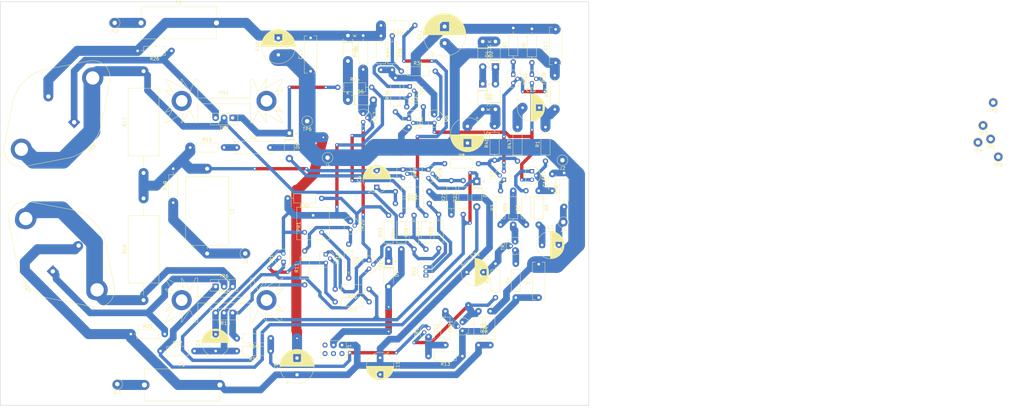
<source format=kicad_pcb>
(kicad_pcb (version 20171130) (host pcbnew 5.0.1+dfsg1-3)
  (layers (0 F.Cu signal) (31 B.Cu signal) (34 B.Paste user) (35 F.Paste user) (36 B.SilkS user) (37 F.SilkS user) (38 B.Mask user) (39 F.Mask user) (44 Edge.Cuts user))
  (net 0 "")
  (net 1 NFB)
  (net 2 "Net-(R17-Pad2)")
  (net 3 "Net-(D7-Pad1)")
  (net 4 "Net-(R20-Pad2)")
  (net 5 "Net-(R30-Pad2)")
  (net 6 "Net-(R30-Pad1)")
  (net 7 "Net-(D9-Pad1)")
  (net 8 "Net-(R32-Pad1)")
  (net 9 "Net-(C3-Pad1)")
  (net 10 VCC)
  (net 11 "Net-(R27-Pad2)")
  (net 12 "Net-(R26-Pad1)")
  (net 13 VAA)
  (net 14 "Net-(R25-Pad2)")
  (net 15 "Net-(D8-Pad1)")
  (net 16 "Net-(R21-Pad2)")
  (net 17 "Net-(R13-Pad2)")
  (net 18 "Net-(R41-Pad2)")
  (net 19 "Net-(J3-Pad1)")
  (net 20 "Net-(C6-Pad1)")
  (net 21 "Net-(C11-Pad2)")
  (net 22 "Net-(R49-Pad1)")
  (net 23 "Net-(C1-Pad2)")
  (net 24 GND)
  (net 25 "Net-(C15-Pad1)")
  (net 26 "Net-(R40-Pad1)")
  (net 27 "Net-(C15-Pad2)")
  (net 28 "Net-(R45-Pad1)")
  (net 29 "Net-(D9-Pad2)")
  (net 30 "Net-(D5-Pad2)")
  (net 31 "Net-(C5-Pad1)")
  (net 32 "Net-(R3-Pad2)")
  (net 33 "Net-(R2-Pad1)")
  (net 34 "Net-(C2-Pad1)")
  (net 35 "Net-(R34-Pad1)")
  (net 36 "Net-(C12-Pad2)")
  (net 37 "Net-(R36-Pad1)")
  (net 38 "Net-(R35-Pad1)")
  (net 39 "Net-(C4-Pad1)")
  (net 40 "Net-(R15-Pad2)")
  (net 41 "Net-(Q6-Pad2)")
  (net 42 "Net-(C16-Pad1)")
  (net 43 "Net-(R2-Pad2)")
  (net 44 "Net-(R4-Pad2)")
  (net 45 "Net-(C14-Pad2)")
  (net 46 "Net-(R6-Pad1)")
  (net 47 "Net-(R7-Pad1)")
  (net 48 "Net-(C1-Pad1)")
  (net 49 "Net-(R10-Pad1)")
  (net 50 "Net-(R10-Pad2)")
  (net 51 "Net-(PR1-Pad1)")
  (net 52 "Net-(D7-Pad2)")
  (net 53 "Net-(C3-Pad2)")
  (net 54 "Net-(TR10-Pad2)")
  (net 55 "Net-(TR15-Pad1)")
  (net 56 "Net-(D8-Pad2)")
  (net 57 -24V)
  (net 58 +24V)
  (net 59 "Net-(D5-Pad1)")
  (net 60 "Net-(D1-Pad1)")
  (net 61 "Net-(D3-Pad2)")
  (net 62 "Net-(JL1-Pad1)")
  (net 63 "Net-(JL2-Pad1)")
  (net 64 "Net-(TP1-Pad1)")
  (net 65 "Net-(TP2-Pad1)")
  (net 66 "Net-(TP3-Pad1)")
  (net 67 "Net-(TP4-Pad1)")
  (net 68 "Net-(TP5-Pad1)")
  (net 69 "Net-(TP6-Pad1)")
  (net 70 "Net-(R11-Pad2)")
  (module Heatsink:Heatsink_Fischer_SK104-STCB_35x13mm__2xDrill3.5mm_ScrewM3 (layer F.Cu) (at 88.9 116.84)
    (fp_text reference HS2 (at -0.025 -2.5) (layer F.SilkS))
    (fp_text value Heatsink)
    (pad 1 thru_hole circle (at 12.7 0) (size 6 6) (drill 3.5) (layers *.Cu *.Mask))
    (pad 1 thru_hole circle (at -12.7 0 180) (size 6 6) (drill 3.5) (layers *.Cu *.Mask))
  )
  (module Package_TO_SOT_THT:TO-3 (layer F.Cu) (at 43.979212 63.550252 225)
    (fp_text reference TR9 (at 1.8 -9.25 225) (layer F.SilkS))
    (fp_text value 2N3055)
    (pad 1 thru_hole rect (at 0 0 225) (size 2.6 2.6) (drill 1.3) (layers *.Cu *.Mask) (net 12 "Net-(R26-Pad1)"))
    (pad 2 thru_hole circle (at 0 10.92 225) (size 2.6 2.6) (drill 1.3) (layers *.Cu *.Mask) (net 10 VCC))
    (pad 3 thru_hole circle (at -13.3 5.45 225) (size 6.35 6.35) (drill 4) (layers *.Cu *.Mask) (net 2 "Net-(R17-Pad2)"))
    (pad 3 thru_hole circle (at 16.900001 5.45 225) (size 6.35 6.35) (drill 4) (layers *.Cu *.Mask) (net 2 "Net-(R17-Pad2)"))
  )
  (module Resistor_THT:R_Axial_DIN0922_L20.0mm_D9.0mm_P30.48mm_Horizontal (layer F.Cu) (at 64.77 116.84 90)
    (fp_text reference R16 (at 15.24 -5.62 90) (layer F.SilkS))
    (fp_text value 0R1)
    (pad 2 thru_hole oval (at 30.48 0 90) (size 2.4 2.4) (drill 1.2) (layers *.Cu *.Mask) (net 1 NFB))
    (pad 1 thru_hole circle (at 0 0 90) (size 2.4 2.4) (drill 1.2) (layers *.Cu *.Mask) (net 3 "Net-(D7-Pad1)"))
  )
  (module Package_TO_SOT_THT:TO-3 (layer F.Cu) (at 37.592 108.204 135)
    (fp_text reference TR7 (at 1.8 -9.25 135) (layer F.SilkS))
    (fp_text value 2N3055)
    (pad 3 thru_hole circle (at 16.900001 5.45 135) (size 6.35 6.35) (drill 4) (layers *.Cu *.Mask) (net 3 "Net-(D7-Pad1)"))
    (pad 3 thru_hole circle (at -13.3 5.45 135) (size 6.35 6.35) (drill 4) (layers *.Cu *.Mask) (net 3 "Net-(D7-Pad1)"))
    (pad 2 thru_hole circle (at 0 10.92 135) (size 2.6 2.6) (drill 1.3) (layers *.Cu *.Mask) (net 13 VAA))
    (pad 1 thru_hole rect (at 0 0 135) (size 2.6 2.6) (drill 1.3) (layers *.Cu *.Mask) (net 14 "Net-(R25-Pad2)"))
  )
  (module Capacitor_THT:CP_Radial_D10.0mm_P5.00mm (layer F.Cu) (at 161.798 64.77 270)
    (fp_text reference C2 (at 2.5 -6.25 270) (layer F.SilkS))
    (fp_text value 1000UF)
    (pad 1 thru_hole rect (at 0 0 270) (size 2 2) (drill 1) (layers *.Cu *.Mask) (net 34 "Net-(C2-Pad1)"))
    (pad 2 thru_hole circle (at 5 0 270) (size 2 2) (drill 1) (layers *.Cu *.Mask) (net 24 GND))
  )
  (module Capacitor_THT:CP_Radial_D10.0mm_P5.00mm (layer F.Cu) (at 110.744 139.192 90)
    (fp_text reference C9 (at 2.5 -6.25 90) (layer F.SilkS))
    (fp_text value 220UF)
    (pad 2 thru_hole circle (at 5 0 90) (size 2 2) (drill 1) (layers *.Cu *.Mask) (net 24 GND))
    (pad 1 thru_hole rect (at 0 0 90) (size 2 2) (drill 1) (layers *.Cu *.Mask) (net 13 VAA))
  )
  (module Capacitor_THT:CP_Radial_D10.0mm_P5.00mm (layer F.Cu) (at 105.156 43.354 90)
    (fp_text reference C10 (at 2.5 -6.25 90) (layer F.SilkS))
    (fp_text value 220UF)
    (pad 1 thru_hole rect (at 0 0 90) (size 2 2) (drill 1) (layers *.Cu *.Mask) (net 24 GND))
    (pad 2 thru_hole circle (at 5 0 90) (size 2 2) (drill 1) (layers *.Cu *.Mask) (net 10 VCC))
  )
  (module Capacitor_THT:CP_Radial_D12.5mm_P5.00mm (layer F.Cu) (at 154.94 39.878 90)
    (fp_text reference C12 (at 2.5 -7.5 90) (layer F.SilkS))
    (fp_text value 1000/40)
    (pad 1 thru_hole rect (at 0 0 90) (size 2.4 2.4) (drill 1.2) (layers *.Cu *.Mask) (net 24 GND))
    (pad 2 thru_hole circle (at 5 0 90) (size 2.4 2.4) (drill 1.2) (layers *.Cu *.Mask) (net 36 "Net-(C12-Pad2)"))
  )
  (module Capacitor_THT:CP_Radial_D8.0mm_P5.00mm (layer F.Cu) (at 184.15 100.33)
    (fp_text reference C1 (at 2.5 -5.25) (layer F.SilkS))
    (fp_text value 47/25)
    (pad 2 thru_hole circle (at 5 0) (size 1.6 1.6) (drill 0.8) (layers *.Cu *.Mask) (net 23 "Net-(C1-Pad2)"))
    (pad 1 thru_hole rect (at 0 0) (size 1.6 1.6) (drill 0.8) (layers *.Cu *.Mask) (net 48 "Net-(C1-Pad1)"))
  )
  (module Capacitor_THT:CP_Radial_D8.0mm_P5.00mm (layer F.Cu) (at 86.36 132.08 90)
    (fp_text reference C4 (at 2.5 -5.25 90) (layer F.SilkS))
    (fp_text value 47/25)
    (pad 1 thru_hole rect (at 0 0 90) (size 1.6 1.6) (drill 0.8) (layers *.Cu *.Mask) (net 39 "Net-(C4-Pad1)"))
    (pad 2 thru_hole circle (at 5 0 90) (size 1.6 1.6) (drill 0.8) (layers *.Cu *.Mask) (net 9 "Net-(C3-Pad1)"))
  )
  (module Capacitor_THT:CP_Radial_D8.0mm_P5.00mm (layer F.Cu) (at 134.62 83.058 90)
    (fp_text reference C5 (at 2.5 -5.25 90) (layer F.SilkS))
    (fp_text value 47/25)
    (pad 2 thru_hole circle (at 5 0 90) (size 1.6 1.6) (drill 0.8) (layers *.Cu *.Mask) (net 1 NFB))
    (pad 1 thru_hole rect (at 0 0 90) (size 1.6 1.6) (drill 0.8) (layers *.Cu *.Mask) (net 31 "Net-(C5-Pad1)"))
  )
  (module Capacitor_THT:CP_Radial_D8.0mm_P5.00mm (layer F.Cu) (at 178.308 59.182)
    (fp_text reference C15 (at 2.5 -5.25) (layer F.SilkS))
    (fp_text value 47/25)
    (pad 1 thru_hole rect (at 0 0) (size 1.6 1.6) (drill 0.8) (layers *.Cu *.Mask) (net 25 "Net-(C15-Pad1)"))
    (pad 2 thru_hole circle (at 5 0) (size 1.6 1.6) (drill 0.8) (layers *.Cu *.Mask) (net 27 "Net-(C15-Pad2)"))
  )
  (module Capacitor_THT:CP_Radial_D8.0mm_P5.00mm (layer F.Cu) (at 161.544 108.458)
    (fp_text reference C14 (at 2.5 -5.25) (layer F.SilkS))
    (fp_text value 47/25)
    (pad 2 thru_hole circle (at 5 0) (size 1.6 1.6) (drill 0.8) (layers *.Cu *.Mask) (net 45 "Net-(C14-Pad2)"))
    (pad 1 thru_hole rect (at 0 0) (size 1.6 1.6) (drill 0.8) (layers *.Cu *.Mask) (net 13 VAA))
  )
  (module Capacitor_THT:CP_Radial_D8.0mm_P5.00mm (layer F.Cu) (at 135.636 134.112 270)
    (fp_text reference C11 (at 2.5 -5.25 270) (layer F.SilkS))
    (fp_text value 47/25)
    (pad 1 thru_hole rect (at 0 0 270) (size 1.6 1.6) (drill 0.8) (layers *.Cu *.Mask) (net 13 VAA))
    (pad 2 thru_hole circle (at 5 0 270) (size 1.6 1.6) (drill 0.8) (layers *.Cu *.Mask) (net 21 "Net-(C11-Pad2)"))
  )
  (module Capacitor_THT:C_Disc_D4.3mm_W1.9mm_P5.00mm (layer F.Cu) (at 143.59 58.928)
    (fp_text reference C3 (at 2.5 -2.2) (layer F.SilkS))
    (fp_text value 100PF)
    (pad 2 thru_hole circle (at 5 0) (size 1.6 1.6) (drill 0.8) (layers *.Cu *.Mask) (net 53 "Net-(C3-Pad2)"))
    (pad 1 thru_hole circle (at 0 0) (size 1.6 1.6) (drill 0.8) (layers *.Cu *.Mask) (net 9 "Net-(C3-Pad1)"))
  )
  (module Capacitor_THT:C_Disc_D4.3mm_W1.9mm_P5.00mm (layer F.Cu) (at 187.198 84.074 90)
    (fp_text reference C16 (at 2.5 -2.2 90) (layer F.SilkS))
    (fp_text value 100PF)
    (pad 1 thru_hole circle (at 0 0 90) (size 1.6 1.6) (drill 0.8) (layers *.Cu *.Mask) (net 42 "Net-(C16-Pad1)"))
    (pad 2 thru_hole circle (at 5 0 90) (size 1.6 1.6) (drill 0.8) (layers *.Cu *.Mask) (net 24 GND))
  )
  (module Capacitor_THT:C_Rect_L11.0mm_W3.5mm_P10.00mm_MKT (layer F.Cu) (at 114.808 48.26 90)
    (fp_text reference C13 (at 5 -3 90) (layer F.SilkS))
    (fp_text value 100NF)
    (pad 2 thru_hole circle (at 10 0 90) (size 1.6 1.6) (drill 0.8) (layers *.Cu *.Mask) (net 10 VCC))
    (pad 1 thru_hole circle (at 0 0 90) (size 1.6 1.6) (drill 0.8) (layers *.Cu *.Mask) (net 24 GND))
  )
  (module Capacitor_THT:C_Rect_L11.0mm_W3.5mm_P10.00mm_MKT (layer F.Cu) (at 183.134 116.078 90)
    (fp_text reference C7 (at 5 -3 90) (layer F.SilkS))
    (fp_text value 100NF)
    (pad 1 thru_hole circle (at 0 0 90) (size 1.6 1.6) (drill 0.8) (layers *.Cu *.Mask) (net 13 VAA))
    (pad 2 thru_hole circle (at 10 0 90) (size 1.6 1.6) (drill 0.8) (layers *.Cu *.Mask) (net 24 GND))
  )
  (module Capacitor_THT:C_Rect_L11.0mm_W3.5mm_P10.00mm_MKT (layer F.Cu) (at 92.71 71.12)
    (fp_text reference C6 (at 5 -3) (layer F.SilkS))
    (fp_text value 100NF)
    (pad 2 thru_hole circle (at 10 0) (size 1.6 1.6) (drill 0.8) (layers *.Cu *.Mask) (net 24 GND))
    (pad 1 thru_hole circle (at 0 0) (size 1.6 1.6) (drill 0.8) (layers *.Cu *.Mask) (net 20 "Net-(C6-Pad1)"))
  )
  (module Capacitor_THT:C_Rect_L11.0mm_W3.5mm_P10.00mm_MKT (layer F.Cu) (at 188.214 45.72 90)
    (fp_text reference C17 (at 5 -3 90) (layer F.SilkS))
    (fp_text value 100NF)
    (pad 1 thru_hole circle (at 0 0 90) (size 1.6 1.6) (drill 0.8) (layers *.Cu *.Mask) (net 24 GND))
    (pad 2 thru_hole circle (at 10 0 90) (size 1.6 1.6) (drill 0.8) (layers *.Cu *.Mask) (net 36 "Net-(C12-Pad2)"))
  )
  (module Connector_Pin:Pin_D1.3mm_L11.0mm (layer F.Cu) (at 119.888 74.168)
    (fp_text reference J4 (at 0 2.4) (layer F.SilkS))
    (fp_text value Conn_01x01_Male)
    (pad 1 thru_hole circle (at 0 0) (size 2.6 2.6) (drill 1.3) (layers *.Cu *.Mask) (net 24 GND))
  )
  (module Connector_Pin:Pin_D1.3mm_L11.0mm (layer F.Cu) (at 95.25 102.87)
    (fp_text reference J3 (at 0 2.4) (layer F.SilkS))
    (fp_text value Conn_01x01_Male)
    (pad 1 thru_hole circle (at 0 0) (size 2.6 2.6) (drill 1.3) (layers *.Cu *.Mask) (net 19 "Net-(J3-Pad1)"))
  )
  (module Connector_Pin:Pin_D1.3mm_L11.0mm (layer F.Cu) (at 190.246 74.93)
    (fp_text reference J2 (at 0 2.4) (layer F.SilkS))
    (fp_text value Conn_01x01_Male)
    (pad 1 thru_hole circle (at 0 0) (size 2.6 2.6) (drill 1.3) (layers *.Cu *.Mask) (net 24 GND))
  )
  (module Connector_Pin:Pin_D1.3mm_L11.0mm (layer F.Cu) (at 190.5 93.472)
    (fp_text reference J1 (at 0 2.4) (layer F.SilkS))
    (fp_text value Conn_01x01_Male)
    (pad 1 thru_hole circle (at 0 0) (size 2.6 2.6) (drill 1.3) (layers *.Cu *.Mask) (net 23 "Net-(C1-Pad2)"))
  )
  (module Diode_THT:D_DO-41_SOD81_P7.62mm_Horizontal (layer F.Cu) (at 125.984 56.896)
    (fp_text reference D5 (at 3.81 -2.47) (layer F.SilkS))
    (fp_text value 1N4148)
    (fp_text user K (at 0 -2.1) (layer F.SilkS))
    (pad 1 thru_hole rect (at 0 0) (size 2.2 2.2) (drill 1.1) (layers *.Cu *.Mask) (net 59 "Net-(D5-Pad1)"))
    (pad 2 thru_hole oval (at 7.62 0) (size 2.2 2.2) (drill 1.1) (layers *.Cu *.Mask) (net 30 "Net-(D5-Pad2)"))
  )
  (module Diode_THT:D_DO-41_SOD81_P7.62mm_Horizontal (layer F.Cu) (at 166.37 52.07 270)
    (fp_text reference D1 (at 3.81 -2.47 270) (layer F.SilkS))
    (fp_text value 1N4148)
    (fp_text user K (at 0 -2.1 270) (layer F.SilkS))
    (pad 1 thru_hole rect (at 0 0 270) (size 2.2 2.2) (drill 1.1) (layers *.Cu *.Mask) (net 60 "Net-(D1-Pad1)"))
    (pad 2 thru_hole oval (at 7.62 0 270) (size 2.2 2.2) (drill 1.1) (layers *.Cu *.Mask) (net 34 "Net-(C2-Pad1)"))
  )
  (module Diode_THT:D_DO-41_SOD81_P7.62mm_Horizontal (layer F.Cu) (at 166.37 39.37 270)
    (fp_text reference D2 (at 3.81 -2.47 270) (layer F.SilkS))
    (fp_text value 1N4148)
    (fp_text user K (at 0 -2.1 270) (layer F.SilkS))
    (pad 2 thru_hole oval (at 7.62 0 270) (size 2.2 2.2) (drill 1.1) (layers *.Cu *.Mask) (net 60 "Net-(D1-Pad1)"))
    (pad 1 thru_hole rect (at 0 0 270) (size 2.2 2.2) (drill 1.1) (layers *.Cu *.Mask) (net 24 GND))
  )
  (module Diode_THT:D_DO-41_SOD81_P7.62mm_Horizontal (layer F.Cu) (at 170.18 46.99 90)
    (fp_text reference D4 (at 3.81 -2.47 90) (layer F.SilkS))
    (fp_text value 1N4148)
    (fp_text user K (at 0 -2.1 90) (layer F.SilkS))
    (pad 1 thru_hole rect (at 0 0 90) (size 2.2 2.2) (drill 1.1) (layers *.Cu *.Mask) (net 61 "Net-(D3-Pad2)"))
    (pad 2 thru_hole oval (at 7.62 0 90) (size 2.2 2.2) (drill 1.1) (layers *.Cu *.Mask) (net 24 GND))
  )
  (module Diode_THT:D_DO-41_SOD81_P7.62mm_Horizontal (layer F.Cu) (at 125.984 37.592 270)
    (fp_text reference D6 (at 3.81 -2.47 270) (layer F.SilkS))
    (fp_text value 1N4148)
    (fp_text user K (at 0 -2.1 270) (layer F.SilkS))
    (pad 2 thru_hole oval (at 7.62 0 270) (size 2.2 2.2) (drill 1.1) (layers *.Cu *.Mask) (net 59 "Net-(D5-Pad1)"))
    (pad 1 thru_hole rect (at 0 0 270) (size 2.2 2.2) (drill 1.1) (layers *.Cu *.Mask) (net 10 VCC))
  )
  (module Diode_THT:D_DO-41_SOD81_P7.62mm_Horizontal (layer F.Cu) (at 164.592 81.28 270)
    (fp_text reference D7 (at 3.81 -2.47 270) (layer F.SilkS))
    (fp_text value 1N4148)
    (fp_text user K (at 0 -2.1 270) (layer F.SilkS))
    (pad 1 thru_hole rect (at 0 0 270) (size 2.2 2.2) (drill 1.1) (layers *.Cu *.Mask) (net 3 "Net-(D7-Pad1)"))
    (pad 2 thru_hole oval (at 7.62 0 270) (size 2.2 2.2) (drill 1.1) (layers *.Cu *.Mask) (net 52 "Net-(D7-Pad2)"))
  )
  (module Diode_THT:D_DO-41_SOD81_P7.62mm_Horizontal (layer F.Cu) (at 108.458 66.802 270)
    (fp_text reference D8 (at 3.81 -2.47 270) (layer F.SilkS))
    (fp_text value 1N4148)
    (fp_text user K (at 0 -2.1 270) (layer F.SilkS))
    (pad 2 thru_hole oval (at 7.62 0 270) (size 2.2 2.2) (drill 1.1) (layers *.Cu *.Mask) (net 56 "Net-(D8-Pad2)"))
    (pad 1 thru_hole rect (at 0 0 270) (size 2.2 2.2) (drill 1.1) (layers *.Cu *.Mask) (net 15 "Net-(D8-Pad1)"))
  )
  (module Diode_THT:D_DO-41_SOD81_P7.62mm_Horizontal (layer F.Cu) (at 138.176 105.156 270)
    (fp_text reference D9 (at 3.81 -2.47 270) (layer F.SilkS))
    (fp_text value 1N4148)
    (fp_text user K (at 0 -2.1 270) (layer F.SilkS))
    (pad 1 thru_hole rect (at 0 0 270) (size 2.2 2.2) (drill 1.1) (layers *.Cu *.Mask) (net 7 "Net-(D9-Pad1)"))
    (pad 2 thru_hole oval (at 7.62 0 270) (size 2.2 2.2) (drill 1.1) (layers *.Cu *.Mask) (net 29 "Net-(D9-Pad2)"))
  )
  (module Fuse:Fuseholder_Cylinder-5x20mm_Stelvio-Kontek_PTF78_Horizontal_Open (layer F.Cu) (at 65.03 142.24)
    (fp_text reference F1 (at 11.25 -6) (layer F.SilkS))
    (fp_text value Fuse)
    (pad 2 thru_hole circle (at 22.6 0) (size 3 3) (drill 1.5) (layers *.Cu *.Mask) (net 13 VAA))
    (pad 1 thru_hole circle (at 0 0) (size 3 3) (drill 1.5) (layers *.Cu *.Mask) (net 58 +24V))
  )
  (module Fuse:Fuseholder_Cylinder-5x20mm_Stelvio-Kontek_PTF78_Horizontal_Open (layer F.Cu) (at 64.014 33.782)
    (fp_text reference F2 (at 11.25 -6) (layer F.SilkS))
    (fp_text value Fuse)
    (pad 1 thru_hole circle (at 0 0) (size 3 3) (drill 1.5) (layers *.Cu *.Mask) (net 57 -24V))
    (pad 2 thru_hole circle (at 22.6 0) (size 3 3) (drill 1.5) (layers *.Cu *.Mask) (net 10 VCC))
  )
  (module Inductor_THT:L_Axial_L20.3mm_D12.7mm_P25.40mm_Horizontal_Vishay_IHA-201 (layer F.Cu) (at 83.82 77.47 270)
    (fp_text reference L1 (at 12.7 -7.47 270) (layer F.SilkS))
    (fp_text value "10 TURNS")
    (pad 1 thru_hole circle (at 0 0 270) (size 2.4 2.4) (drill 1.2) (layers *.Cu *.Mask) (net 1 NFB))
    (pad 2 thru_hole oval (at 25.4 0 270) (size 2.4 2.4) (drill 1.2) (layers *.Cu *.Mask) (net 19 "Net-(J3-Pad1)"))
  )
  (module Package_TO_SOT_THT:TO-126-3_Vertical (layer F.Cu) (at 86.36 112.776)
    (fp_text reference TR6 (at 2.54 -3.12) (layer F.SilkS))
    (fp_text value MJE13003)
    (pad 3 thru_hole oval (at 5.08 0) (size 1.8 1.8) (drill 1) (layers *.Cu *.Mask) (net 3 "Net-(D7-Pad1)"))
    (pad 2 thru_hole oval (at 2.54 0) (size 1.8 1.8) (drill 1) (layers *.Cu *.Mask) (net 14 "Net-(R25-Pad2)"))
    (pad 1 thru_hole rect (at 0 0) (size 1.8 1.8) (drill 1) (layers *.Cu *.Mask) (net 52 "Net-(D7-Pad2)"))
  )
  (module Package_TO_SOT_THT:TO-126-3_Vertical (layer F.Cu) (at 91.44 120.65 180)
    (fp_text reference TR13 (at 2.54 -3.12 180) (layer F.SilkS))
    (fp_text value MJE13003)
    (pad 1 thru_hole rect (at 0 0 180) (size 1.8 1.8) (drill 1) (layers *.Cu *.Mask) (net 50 "Net-(R10-Pad2)"))
    (pad 2 thru_hole oval (at 2.54 0 180) (size 1.8 1.8) (drill 1) (layers *.Cu *.Mask) (net 39 "Net-(C4-Pad1)"))
    (pad 3 thru_hole oval (at 5.08 0 180) (size 1.8 1.8) (drill 1) (layers *.Cu *.Mask) (net 9 "Net-(C3-Pad1)"))
  )
  (module Package_TO_SOT_THT:TO-92 (layer F.Cu) (at 144.272 62.484 270)
    (fp_text reference TR12 (at 1.27 -3.56 270) (layer F.SilkS))
    (fp_text value Q_NPN_EBC)
    (pad 2 thru_hole circle (at 1.27 -1.27) (size 1.3 1.3) (drill 0.75) (layers *.Cu *.Mask) (net 53 "Net-(C3-Pad2)"))
    (pad 3 thru_hole circle (at 2.54 0) (size 1.3 1.3) (drill 0.75) (layers *.Cu *.Mask) (net 24 GND))
    (pad 1 thru_hole rect (at 0 0) (size 1.3 1.3) (drill 0.75) (layers *.Cu *.Mask) (net 37 "Net-(R36-Pad1)"))
  )
  (module Package_TO_SOT_THT:TO-92 (layer F.Cu) (at 126.746 93.218 270)
    (fp_text reference TR20 (at 1.27 -3.56 270) (layer F.SilkS))
    (fp_text value Q_NPN_EBC)
    (pad 1 thru_hole rect (at 0 0) (size 1.3 1.3) (drill 0.75) (layers *.Cu *.Mask) (net 9 "Net-(C3-Pad1)"))
    (pad 3 thru_hole circle (at 2.54 0) (size 1.3 1.3) (drill 0.75) (layers *.Cu *.Mask) (net 70 "Net-(R11-Pad2)"))
    (pad 2 thru_hole circle (at 1.27 -1.27) (size 1.3 1.3) (drill 0.75) (layers *.Cu *.Mask) (net 8 "Net-(R32-Pad1)"))
  )
  (module Package_TO_SOT_THT:TO-92 (layer F.Cu) (at 160.274 125.984 90)
    (fp_text reference TR21 (at 1.27 -3.56 90) (layer F.SilkS))
    (fp_text value Q_PNP_EBC)
    (pad 2 thru_hole circle (at 1.27 -1.27 180) (size 1.3 1.3) (drill 0.75) (layers *.Cu *.Mask) (net 18 "Net-(R41-Pad2)"))
    (pad 3 thru_hole circle (at 2.54 0 180) (size 1.3 1.3) (drill 0.75) (layers *.Cu *.Mask) (net 22 "Net-(R49-Pad1)"))
    (pad 1 thru_hole rect (at 0 0 180) (size 1.3 1.3) (drill 0.75) (layers *.Cu *.Mask) (net 13 VAA))
  )
  (module Package_TO_SOT_THT:TO-92 (layer F.Cu) (at 142.494 77.724 270)
    (fp_text reference TR19 (at 1.27 -3.56 270) (layer F.SilkS))
    (fp_text value Q_PNP_EBC)
    (pad 1 thru_hole rect (at 0 0) (size 1.3 1.3) (drill 0.75) (layers *.Cu *.Mask) (net 1 NFB))
    (pad 3 thru_hole circle (at 2.54 0) (size 1.3 1.3) (drill 0.75) (layers *.Cu *.Mask) (net 56 "Net-(D8-Pad2)"))
    (pad 2 thru_hole circle (at 1.27 -1.27) (size 1.3 1.3) (drill 0.75) (layers *.Cu *.Mask) (net 11 "Net-(R27-Pad2)"))
  )
  (module Package_TO_SOT_THT:TO-92 (layer F.Cu) (at 130.556 60.96 270)
    (fp_text reference TR17 (at 1.27 -3.56 270) (layer F.SilkS))
    (fp_text value Q_NPN_EBC)
    (pad 2 thru_hole circle (at 1.27 -1.27) (size 1.3 1.3) (drill 0.75) (layers *.Cu *.Mask) (net 30 "Net-(D5-Pad2)"))
    (pad 3 thru_hole circle (at 2.54 0) (size 1.3 1.3) (drill 0.75) (layers *.Cu *.Mask) (net 55 "Net-(TR15-Pad1)"))
    (pad 1 thru_hole rect (at 0 0) (size 1.3 1.3) (drill 0.75) (layers *.Cu *.Mask) (net 28 "Net-(R45-Pad1)"))
  )
  (module Package_TO_SOT_THT:TO-92 (layer F.Cu) (at 119.38 103.124 270)
    (fp_text reference TR16 (at 1.27 -3.56 270) (layer F.SilkS))
    (fp_text value Q_NPN_EBC)
    (pad 1 thru_hole rect (at 0 0) (size 1.3 1.3) (drill 0.75) (layers *.Cu *.Mask) (net 55 "Net-(TR15-Pad1)"))
    (pad 3 thru_hole circle (at 2.54 0) (size 1.3 1.3) (drill 0.75) (layers *.Cu *.Mask) (net 40 "Net-(R15-Pad2)"))
    (pad 2 thru_hole circle (at 1.27 -1.27) (size 1.3 1.3) (drill 0.75) (layers *.Cu *.Mask) (net 4 "Net-(R20-Pad2)"))
  )
  (module Package_TO_SOT_THT:TO-92 (layer F.Cu) (at 132.334 104.902 270)
    (fp_text reference TR15 (at 1.27 -3.56 270) (layer F.SilkS))
    (fp_text value Q_NPN_EBC)
    (pad 2 thru_hole circle (at 1.27 -1.27) (size 1.3 1.3) (drill 0.75) (layers *.Cu *.Mask) (net 6 "Net-(R30-Pad1)"))
    (pad 3 thru_hole circle (at 2.54 0) (size 1.3 1.3) (drill 0.75) (layers *.Cu *.Mask) (net 39 "Net-(C4-Pad1)"))
    (pad 1 thru_hole rect (at 0 0) (size 1.3 1.3) (drill 0.75) (layers *.Cu *.Mask) (net 55 "Net-(TR15-Pad1)"))
  )
  (module Package_TO_SOT_THT:TO-92 (layer F.Cu) (at 106.68 105.41 90)
    (fp_text reference TR14 (at 1.27 -3.56 90) (layer F.SilkS))
    (fp_text value Q_PNP_EBC)
    (pad 1 thru_hole rect (at 0 0 180) (size 1.3 1.3) (drill 0.75) (layers *.Cu *.Mask) (net 39 "Net-(C4-Pad1)"))
    (pad 3 thru_hole circle (at 2.54 0 180) (size 1.3 1.3) (drill 0.75) (layers *.Cu *.Mask) (net 9 "Net-(C3-Pad1)"))
    (pad 2 thru_hole circle (at 1.27 -1.27 180) (size 1.3 1.3) (drill 0.75) (layers *.Cu *.Mask) (net 40 "Net-(R15-Pad2)"))
  )
  (module Package_TO_SOT_THT:TO-92 (layer F.Cu) (at 175.514 49.276 270)
    (fp_text reference TR11 (at 1.27 -3.56 270) (layer F.SilkS))
    (fp_text value Q_NPN_EBC)
    (pad 2 thru_hole circle (at 1.27 -1.27) (size 1.3 1.3) (drill 0.75) (layers *.Cu *.Mask) (net 54 "Net-(TR10-Pad2)"))
    (pad 3 thru_hole circle (at 2.54 0) (size 1.3 1.3) (drill 0.75) (layers *.Cu *.Mask) (net 54 "Net-(TR10-Pad2)"))
    (pad 1 thru_hole rect (at 0 0) (size 1.3 1.3) (drill 0.75) (layers *.Cu *.Mask) (net 47 "Net-(R7-Pad1)"))
  )
  (module Package_TO_SOT_THT:TO-92 (layer F.Cu) (at 181.102 49.276 270)
    (fp_text reference TR10 (at 1.27 -3.56 270) (layer F.SilkS))
    (fp_text value Q_NPN_EBC)
    (pad 1 thru_hole rect (at 0 0) (size 1.3 1.3) (drill 0.75) (layers *.Cu *.Mask) (net 46 "Net-(R6-Pad1)"))
    (pad 3 thru_hole circle (at 2.54 0) (size 1.3 1.3) (drill 0.75) (layers *.Cu *.Mask) (net 53 "Net-(C3-Pad2)"))
    (pad 2 thru_hole circle (at 1.27 -1.27) (size 1.3 1.3) (drill 0.75) (layers *.Cu *.Mask) (net 54 "Net-(TR10-Pad2)"))
  )
  (module Package_TO_SOT_THT:TO-92 (layer F.Cu) (at 150.114 127.762 90)
    (fp_text reference TR5 (at 1.27 -3.56 90) (layer F.SilkS))
    (fp_text value Q_PNP_EBC)
    (pad 2 thru_hole circle (at 1.27 -1.27 180) (size 1.3 1.3) (drill 0.75) (layers *.Cu *.Mask) (net 22 "Net-(R49-Pad1)"))
    (pad 3 thru_hole circle (at 2.54 0 180) (size 1.3 1.3) (drill 0.75) (layers *.Cu *.Mask) (net 49 "Net-(R10-Pad1)"))
    (pad 1 thru_hole rect (at 0 0 180) (size 1.3 1.3) (drill 0.75) (layers *.Cu *.Mask) (net 17 "Net-(R13-Pad2)"))
  )
  (module Package_TO_SOT_THT:TO-92 (layer F.Cu) (at 144.526 52.832 270)
    (fp_text reference TR4 (at 1.27 -3.56 270) (layer F.SilkS))
    (fp_text value Q_NPN_EBC)
    (pad 1 thru_hole rect (at 0 0) (size 1.3 1.3) (drill 0.75) (layers *.Cu *.Mask) (net 35 "Net-(R34-Pad1)"))
    (pad 3 thru_hole circle (at 2.54 0) (size 1.3 1.3) (drill 0.75) (layers *.Cu *.Mask) (net 9 "Net-(C3-Pad1)"))
    (pad 2 thru_hole circle (at 1.27 -1.27) (size 1.3 1.3) (drill 0.75) (layers *.Cu *.Mask) (net 37 "Net-(R36-Pad1)"))
  )
  (module Package_TO_SOT_THT:TO-92 (layer F.Cu) (at 172.72 80.772 90)
    (fp_text reference TR3 (at 1.27 -3.56 90) (layer F.SilkS))
    (fp_text value Q_PNP_EBC)
    (pad 2 thru_hole circle (at 1.27 -1.27 180) (size 1.3 1.3) (drill 0.75) (layers *.Cu *.Mask) (net 26 "Net-(R40-Pad1)"))
    (pad 3 thru_hole circle (at 2.54 0 180) (size 1.3 1.3) (drill 0.75) (layers *.Cu *.Mask) (net 54 "Net-(TR10-Pad2)"))
    (pad 1 thru_hole rect (at 0 0 180) (size 1.3 1.3) (drill 0.75) (layers *.Cu *.Mask) (net 32 "Net-(R3-Pad2)"))
  )
  (module Package_TO_SOT_THT:TO-92 (layer F.Cu) (at 150.114 77.724 270)
    (fp_text reference TR18 (at 1.27 -3.56 270) (layer F.SilkS))
    (fp_text value Q_NPN_EBC)
    (pad 1 thru_hole rect (at 0 0) (size 1.3 1.3) (drill 0.75) (layers *.Cu *.Mask) (net 1 NFB))
    (pad 3 thru_hole circle (at 2.54 0) (size 1.3 1.3) (drill 0.75) (layers *.Cu *.Mask) (net 3 "Net-(D7-Pad1)"))
    (pad 2 thru_hole circle (at 1.27 -1.27) (size 1.3 1.3) (drill 0.75) (layers *.Cu *.Mask) (net 16 "Net-(R21-Pad2)"))
  )
  (module Package_TO_SOT_THT:TO-92 (layer F.Cu) (at 181.102 78.232 270)
    (fp_text reference TR2 (at 1.27 -3.56 270) (layer F.SilkS))
    (fp_text value Q_PNP_EBC)
    (pad 2 thru_hole circle (at 1.27 -1.27) (size 1.3 1.3) (drill 0.75) (layers *.Cu *.Mask) (net 42 "Net-(C16-Pad1)"))
    (pad 3 thru_hole circle (at 2.54 0) (size 1.3 1.3) (drill 0.75) (layers *.Cu *.Mask) (net 53 "Net-(C3-Pad2)"))
    (pad 1 thru_hole rect (at 0 0) (size 1.3 1.3) (drill 0.75) (layers *.Cu *.Mask) (net 43 "Net-(R2-Pad2)"))
  )
  (module Package_TO_SOT_THT:TO-92 (layer F.Cu) (at 176.022 101.854 90)
    (fp_text reference TR1 (at 1.27 -3.56 90) (layer F.SilkS))
    (fp_text value Q_PNP_EBC)
    (pad 1 thru_hole rect (at 0 0 180) (size 1.3 1.3) (drill 0.75) (layers *.Cu *.Mask) (net 44 "Net-(R4-Pad2)"))
    (pad 3 thru_hole circle (at 2.54 0 180) (size 1.3 1.3) (drill 0.75) (layers *.Cu *.Mask) (net 38 "Net-(R35-Pad1)"))
    (pad 2 thru_hole circle (at 1.27 -1.27 180) (size 1.3 1.3) (drill 0.75) (layers *.Cu *.Mask) (net 45 "Net-(C14-Pad2)"))
  )
  (module Package_TO_SOT_THT:TO-92 (layer F.Cu) (at 151.892 61.214 270)
    (fp_text reference Q6 (at 1.27 -3.56 270) (layer F.SilkS))
    (fp_text value Q_NPN_EBC)
    (pad 2 thru_hole circle (at 1.27 -1.27) (size 1.3 1.3) (drill 0.75) (layers *.Cu *.Mask) (net 41 "Net-(Q6-Pad2)"))
    (pad 3 thru_hole circle (at 2.54 0) (size 1.3 1.3) (drill 0.75) (layers *.Cu *.Mask) (net 53 "Net-(C3-Pad2)"))
    (pad 1 thru_hole rect (at 0 0) (size 1.3 1.3) (drill 0.75) (layers *.Cu *.Mask) (net 36 "Net-(C12-Pad2)"))
  )
  (module Package_TO_SOT_THT:TO-92_Inline (layer F.Cu) (at 149.352 109.474 90)
    (fp_text reference RG1 (at 1.27 -3.56 90) (layer F.SilkS))
    (fp_text value LM385BZ-1.2)
    (pad 2 thru_hole oval (at 1.27 0 90) (size 1.05 1.5) (drill 0.75) (layers *.Cu *.Mask) (net 5 "Net-(R30-Pad2)"))
    (pad 3 thru_hole oval (at 2.54 0 90) (size 1.05 1.5) (drill 0.75) (layers *.Cu *.Mask) (net 2 "Net-(R17-Pad2)"))
    (pad 1 thru_hole rect (at 0 0 90) (size 1.05 1.5) (drill 0.75) (layers *.Cu *.Mask))
  )
  (module Potentiometer_THT:Potentiometer_Bourns_3386F_Vertical (layer F.Cu) (at 118.11 96.52 90)
    (fp_text reference PR1 (at 1.674999 -6.865001 90) (layer F.SilkS))
    (fp_text value 1K)
    (pad 3 thru_hole circle (at 0 -5.08 90) (size 1.44 1.44) (drill 0.8) (layers *.Cu *.Mask) (net 9 "Net-(C3-Pad1)"))
    (pad 2 thru_hole circle (at 5.08 -2.54 90) (size 1.44 1.44) (drill 0.8) (layers *.Cu *.Mask) (net 9 "Net-(C3-Pad1)"))
    (pad 1 thru_hole circle (at 0 0 90) (size 1.44 1.44) (drill 0.8) (layers *.Cu *.Mask) (net 51 "Net-(PR1-Pad1)"))
  )
  (module Resistor_THT:R_Axial_DIN0207_L6.3mm_D2.5mm_P10.16mm_Horizontal (layer F.Cu) (at 150.368 84.328 180)
    (fp_text reference R42 (at 5.08 -2.37 180) (layer F.SilkS))
    (fp_text value 10K)
    (pad 1 thru_hole circle (at 0 0 180) (size 1.6 1.6) (drill 0.8) (layers *.Cu *.Mask) (net 13 VAA))
    (pad 2 thru_hole oval (at 10.16 0 180) (size 1.6 1.6) (drill 0.8) (layers *.Cu *.Mask) (net 31 "Net-(C5-Pad1)"))
  )
  (module Resistor_THT:R_Axial_DIN0207_L6.3mm_D2.5mm_P10.16mm_Horizontal (layer F.Cu) (at 69.85 132.08)
    (fp_text reference R12 (at 5.08 -2.37) (layer F.SilkS))
    (fp_text value 100R)
    (pad 2 thru_hole oval (at 10.16 0) (size 1.6 1.6) (drill 0.8) (layers *.Cu *.Mask) (net 39 "Net-(C4-Pad1)"))
    (pad 1 thru_hole circle (at 0 0) (size 1.6 1.6) (drill 0.8) (layers *.Cu *.Mask) (net 52 "Net-(D7-Pad2)"))
  )
  (module Resistor_THT:R_Axial_DIN0207_L6.3mm_D2.5mm_P10.16mm_Horizontal (layer F.Cu) (at 113.03 112.268 90)
    (fp_text reference R11 (at 5.08 -2.37 90) (layer F.SilkS))
    (fp_text value 270R)
    (pad 1 thru_hole circle (at 0 0 90) (size 1.6 1.6) (drill 0.8) (layers *.Cu *.Mask) (net 50 "Net-(R10-Pad2)"))
    (pad 2 thru_hole oval (at 10.16 0 90) (size 1.6 1.6) (drill 0.8) (layers *.Cu *.Mask) (net 70 "Net-(R11-Pad2)"))
  )
  (module Resistor_THT:R_Axial_DIN0207_L6.3mm_D2.5mm_P10.16mm_Horizontal (layer F.Cu) (at 102.87 128.27 180)
    (fp_text reference R10 (at 5.08 -2.37 180) (layer F.SilkS))
    (fp_text value 680R)
    (pad 2 thru_hole oval (at 10.16 0 180) (size 1.6 1.6) (drill 0.8) (layers *.Cu *.Mask) (net 50 "Net-(R10-Pad2)"))
    (pad 1 thru_hole circle (at 0 0 180) (size 1.6 1.6) (drill 0.8) (layers *.Cu *.Mask) (net 49 "Net-(R10-Pad1)"))
  )
  (module Resistor_THT:R_Axial_DIN0207_L6.3mm_D2.5mm_P10.16mm_Horizontal (layer F.Cu) (at 102.87 132.08 180)
    (fp_text reference R14 (at 5.08 -2.37 180) (layer F.SilkS))
    (fp_text value 16R)
    (pad 1 thru_hole circle (at 0 0 180) (size 1.6 1.6) (drill 0.8) (layers *.Cu *.Mask) (net 49 "Net-(R10-Pad1)"))
    (pad 2 thru_hole oval (at 10.16 0 180) (size 1.6 1.6) (drill 0.8) (layers *.Cu *.Mask) (net 39 "Net-(C4-Pad1)"))
  )
  (module Resistor_THT:R_Axial_DIN0207_L6.3mm_D2.5mm_P10.16mm_Horizontal (layer F.Cu) (at 183.134 84.074 270)
    (fp_text reference R9 (at 5.08 -2.37 270) (layer F.SilkS))
    (fp_text value 10R)
    (pad 2 thru_hole oval (at 10.16 0 270) (size 1.6 1.6) (drill 0.8) (layers *.Cu *.Mask) (net 48 "Net-(C1-Pad1)"))
    (pad 1 thru_hole circle (at 0 0 270) (size 1.6 1.6) (drill 0.8) (layers *.Cu *.Mask) (net 42 "Net-(C16-Pad1)"))
  )
  (module Resistor_THT:R_Axial_DIN0207_L6.3mm_D2.5mm_P10.16mm_Horizontal (layer F.Cu) (at 154.94 75.946)
    (fp_text reference R8 (at 5.08 -2.37) (layer F.SilkS))
    (fp_text value 2K2)
    (pad 1 thru_hole circle (at 0 0) (size 1.6 1.6) (drill 0.8) (layers *.Cu *.Mask) (net 1 NFB))
    (pad 2 thru_hole oval (at 10.16 0) (size 1.6 1.6) (drill 0.8) (layers *.Cu *.Mask) (net 26 "Net-(R40-Pad1)"))
  )
  (module Resistor_THT:R_Axial_DIN0207_L6.3mm_D2.5mm_P10.16mm_Horizontal (layer F.Cu) (at 175.514 45.466 90)
    (fp_text reference R7 (at 5.08 -2.37 90) (layer F.SilkS))
    (fp_text value 68R)
    (pad 2 thru_hole oval (at 10.16 0 90) (size 1.6 1.6) (drill 0.8) (layers *.Cu *.Mask) (net 36 "Net-(C12-Pad2)"))
    (pad 1 thru_hole circle (at 0 0 90) (size 1.6 1.6) (drill 0.8) (layers *.Cu *.Mask) (net 47 "Net-(R7-Pad1)"))
  )
  (module Resistor_THT:R_Axial_DIN0207_L6.3mm_D2.5mm_P10.16mm_Horizontal (layer F.Cu) (at 181.102 45.72 90)
    (fp_text reference R6 (at 5.08 -2.37 90) (layer F.SilkS))
    (fp_text value 68R)
    (pad 1 thru_hole circle (at 0 0 90) (size 1.6 1.6) (drill 0.8) (layers *.Cu *.Mask) (net 46 "Net-(R6-Pad1)"))
    (pad 2 thru_hole oval (at 10.16 0 90) (size 1.6 1.6) (drill 0.8) (layers *.Cu *.Mask) (net 36 "Net-(C12-Pad2)"))
  )
  (module Resistor_THT:R_Axial_DIN0207_L6.3mm_D2.5mm_P10.16mm_Horizontal (layer F.Cu) (at 170.18 116.078 90)
    (fp_text reference R5 (at 5.08 -2.37 90) (layer F.SilkS))
    (fp_text value 2K2)
    (pad 2 thru_hole oval (at 10.16 0 90) (size 1.6 1.6) (drill 0.8) (layers *.Cu *.Mask) (net 45 "Net-(C14-Pad2)"))
    (pad 1 thru_hole circle (at 0 0 90) (size 1.6 1.6) (drill 0.8) (layers *.Cu *.Mask) (net 22 "Net-(R49-Pad1)"))
  )
  (module Resistor_THT:R_Axial_DIN0207_L6.3mm_D2.5mm_P10.16mm_Horizontal (layer F.Cu) (at 176.276 116.078 90)
    (fp_text reference R4 (at 5.08 -2.37 90) (layer F.SilkS))
    (fp_text value 100R)
    (pad 1 thru_hole circle (at 0 0 90) (size 1.6 1.6) (drill 0.8) (layers *.Cu *.Mask) (net 13 VAA))
    (pad 2 thru_hole oval (at 10.16 0 90) (size 1.6 1.6) (drill 0.8) (layers *.Cu *.Mask) (net 44 "Net-(R4-Pad2)"))
  )
  (module Resistor_THT:R_Axial_DIN0207_L6.3mm_D2.5mm_P10.16mm_Horizontal (layer F.Cu) (at 179.324 94.234 90)
    (fp_text reference R2 (at 5.08 -2.37 90) (layer F.SilkS))
    (fp_text value 100R)
    (pad 2 thru_hole oval (at 10.16 0 90) (size 1.6 1.6) (drill 0.8) (layers *.Cu *.Mask) (net 43 "Net-(R2-Pad2)"))
    (pad 1 thru_hole circle (at 0 0 90) (size 1.6 1.6) (drill 0.8) (layers *.Cu *.Mask) (net 33 "Net-(R2-Pad1)"))
  )
  (module Resistor_THT:R_Axial_DIN0207_L6.3mm_D2.5mm_P10.16mm_Horizontal (layer F.Cu) (at 185.166 75.184 90)
    (fp_text reference R1 (at 5.08 -2.37 90) (layer F.SilkS))
    (fp_text value 1K1)
    (pad 1 thru_hole circle (at 0 0 90) (size 1.6 1.6) (drill 0.8) (layers *.Cu *.Mask) (net 42 "Net-(C16-Pad1)"))
    (pad 2 thru_hole oval (at 10.16 0 90) (size 1.6 1.6) (drill 0.8) (layers *.Cu *.Mask) (net 27 "Net-(C15-Pad2)"))
  )
  (module Resistor_THT:R_Axial_DIN0207_L6.3mm_D2.5mm_P10.16mm_Horizontal (layer F.Cu) (at 141.986 48.26)
    (fp_text reference R34 (at 5.08 -2.37) (layer F.SilkS))
    (fp_text value 2K2)
    (pad 2 thru_hole oval (at 10.16 0) (size 1.6 1.6) (drill 0.8) (layers *.Cu *.Mask) (net 41 "Net-(Q6-Pad2)"))
    (pad 1 thru_hole circle (at 0 0) (size 1.6 1.6) (drill 0.8) (layers *.Cu *.Mask) (net 35 "Net-(R34-Pad1)"))
  )
  (module Resistor_THT:R_Axial_DIN0207_L6.3mm_D2.5mm_P10.16mm_Horizontal (layer F.Cu) (at 132.334 117.348 180)
    (fp_text reference R15 (at 5.08 -2.37 180) (layer F.SilkS))
    (fp_text value 2K2)
    (pad 1 thru_hole circle (at 0 0 180) (size 1.6 1.6) (drill 0.8) (layers *.Cu *.Mask) (net 39 "Net-(C4-Pad1)"))
    (pad 2 thru_hole oval (at 10.16 0 180) (size 1.6 1.6) (drill 0.8) (layers *.Cu *.Mask) (net 40 "Net-(R15-Pad2)"))
  )
  (module Resistor_THT:R_Axial_DIN0207_L6.3mm_D2.5mm_P10.16mm_Horizontal (layer F.Cu) (at 175.514 94.234 90)
    (fp_text reference R35 (at 5.08 -2.37 90) (layer F.SilkS))
    (fp_text value 1K)
    (pad 2 thru_hole oval (at 10.16 0 90) (size 1.6 1.6) (drill 0.8) (layers *.Cu *.Mask) (net 33 "Net-(R2-Pad1)"))
    (pad 1 thru_hole circle (at 0 0 90) (size 1.6 1.6) (drill 0.8) (layers *.Cu *.Mask) (net 38 "Net-(R35-Pad1)"))
  )
  (module Resistor_THT:R_Axial_DIN0207_L6.3mm_D2.5mm_P10.16mm_Horizontal (layer F.Cu) (at 140.208 60.452 90)
    (fp_text reference R36 (at 5.08 -2.37 90) (layer F.SilkS))
    (fp_text value 2K2)
    (pad 1 thru_hole circle (at 0 0 90) (size 1.6 1.6) (drill 0.8) (layers *.Cu *.Mask) (net 37 "Net-(R36-Pad1)"))
    (pad 2 thru_hole oval (at 10.16 0 90) (size 1.6 1.6) (drill 0.8) (layers *.Cu *.Mask) (net 36 "Net-(C12-Pad2)"))
  )
  (module Resistor_THT:R_Axial_DIN0207_L6.3mm_D2.5mm_P10.16mm_Horizontal (layer F.Cu) (at 135.89 37.688118 270)
    (fp_text reference R37 (at 5.08 -2.37 270) (layer F.SilkS))
    (fp_text value 10R)
    (pad 2 thru_hole oval (at 10.16 0 270) (size 1.6 1.6) (drill 0.8) (layers *.Cu *.Mask) (net 36 "Net-(C12-Pad2)"))
    (pad 1 thru_hole circle (at 0 0 270) (size 1.6 1.6) (drill 0.8) (layers *.Cu *.Mask) (net 10 VCC))
  )
  (module Resistor_THT:R_Axial_DIN0207_L6.3mm_D2.5mm_P10.16mm_Horizontal (layer F.Cu) (at 139.282124 37.688118 270)
    (fp_text reference R38 (at 5.08 -2.37 270) (layer F.SilkS))
    (fp_text value 10R)
    (pad 1 thru_hole circle (at 0 0 270) (size 1.6 1.6) (drill 0.8) (layers *.Cu *.Mask) (net 35 "Net-(R34-Pad1)"))
    (pad 2 thru_hole oval (at 10.16 0 270) (size 1.6 1.6) (drill 0.8) (layers *.Cu *.Mask) (net 36 "Net-(C12-Pad2)"))
  )
  (module Resistor_THT:R_Axial_DIN0207_L6.3mm_D2.5mm_P10.16mm_Horizontal (layer F.Cu) (at 168.656 130.302 90)
    (fp_text reference R39 (at 5.08 -2.37 90) (layer F.SilkS))
    (fp_text value 10K)
    (pad 2 thru_hole oval (at 10.16 0 90) (size 1.6 1.6) (drill 0.8) (layers *.Cu *.Mask) (net 24 GND))
    (pad 1 thru_hole circle (at 0 0 90) (size 1.6 1.6) (drill 0.8) (layers *.Cu *.Mask) (net 21 "Net-(C11-Pad2)"))
  )
  (module Resistor_THT:R_Axial_DIN0207_L6.3mm_D2.5mm_P10.16mm_Horizontal (layer F.Cu) (at 169.926 74.93 90)
    (fp_text reference R40 (at 5.08 -2.37 90) (layer F.SilkS))
    (fp_text value 110R)
    (pad 1 thru_hole circle (at 0 0 90) (size 1.6 1.6) (drill 0.8) (layers *.Cu *.Mask) (net 26 "Net-(R40-Pad1)"))
    (pad 2 thru_hole oval (at 10.16 0 90) (size 1.6 1.6) (drill 0.8) (layers *.Cu *.Mask) (net 34 "Net-(C2-Pad1)"))
  )
  (module Resistor_THT:R_Axial_DIN0207_L6.3mm_D2.5mm_P10.16mm_Horizontal (layer F.Cu) (at 171.704 94.234 90)
    (fp_text reference R3 (at 5.08 -2.37 90) (layer F.SilkS))
    (fp_text value 100R)
    (pad 2 thru_hole oval (at 10.16 0 90) (size 1.6 1.6) (drill 0.8) (layers *.Cu *.Mask) (net 32 "Net-(R3-Pad2)"))
    (pad 1 thru_hole circle (at 0 0 90) (size 1.6 1.6) (drill 0.8) (layers *.Cu *.Mask) (net 33 "Net-(R2-Pad1)"))
  )
  (module Resistor_THT:R_Axial_DIN0207_L6.3mm_D2.5mm_P10.16mm_Horizontal (layer F.Cu) (at 160.274 133.604 180)
    (fp_text reference R13 (at 5.08 -2.37 180) (layer F.SilkS))
    (fp_text value 68R)
    (pad 1 thru_hole circle (at 0 0 180) (size 1.6 1.6) (drill 0.8) (layers *.Cu *.Mask) (net 13 VAA))
    (pad 2 thru_hole oval (at 10.16 0 180) (size 1.6 1.6) (drill 0.8) (layers *.Cu *.Mask) (net 17 "Net-(R13-Pad2)"))
  )
  (module Resistor_THT:R_Axial_DIN0207_L6.3mm_D2.5mm_P10.16mm_Horizontal (layer F.Cu) (at 140.208 87.884)
    (fp_text reference R43 (at 5.08 -2.37) (layer F.SilkS))
    (fp_text value 10K)
    (pad 2 thru_hole oval (at 10.16 0) (size 1.6 1.6) (drill 0.8) (layers *.Cu *.Mask) (net 5 "Net-(R30-Pad2)"))
    (pad 1 thru_hole circle (at 0 0) (size 1.6 1.6) (drill 0.8) (layers *.Cu *.Mask) (net 31 "Net-(C5-Pad1)"))
  )
  (module Resistor_THT:R_Axial_DIN0207_L6.3mm_D2.5mm_P10.16mm_Horizontal (layer F.Cu) (at 141.986 101.6 90)
    (fp_text reference R44 (at 5.08 -2.37 90) (layer F.SilkS))
    (fp_text value 100K)
    (pad 1 thru_hole circle (at 0 0 90) (size 1.6 1.6) (drill 0.8) (layers *.Cu *.Mask) (net 29 "Net-(D9-Pad2)"))
    (pad 2 thru_hole oval (at 10.16 0 90) (size 1.6 1.6) (drill 0.8) (layers *.Cu *.Mask) (net 30 "Net-(D5-Pad2)"))
  )
  (module Resistor_THT:R_Axial_DIN0207_L6.3mm_D2.5mm_P10.16mm_Horizontal (layer F.Cu) (at 130.556 47.752 90)
    (fp_text reference R45 (at 5.08 -2.37 90) (layer F.SilkS))
    (fp_text value 1K)
    (pad 2 thru_hole oval (at 10.16 0 90) (size 1.6 1.6) (drill 0.8) (layers *.Cu *.Mask) (net 10 VCC))
    (pad 1 thru_hole circle (at 0 0 90) (size 1.6 1.6) (drill 0.8) (layers *.Cu *.Mask) (net 28 "Net-(R45-Pad1)"))
  )
  (module Resistor_THT:R_Axial_DIN0207_L6.3mm_D2.5mm_P10.16mm_Horizontal (layer F.Cu) (at 187.96 59.69 90)
    (fp_text reference R46 (at 5.08 -2.37 90) (layer F.SilkS))
    (fp_text value 1K1)
    (pad 1 thru_hole circle (at 0 0 90) (size 1.6 1.6) (drill 0.8) (layers *.Cu *.Mask) (net 27 "Net-(C15-Pad2)"))
    (pad 2 thru_hole oval (at 10.16 0 90) (size 1.6 1.6) (drill 0.8) (layers *.Cu *.Mask) (net 24 GND))
  )
  (module Resistor_THT:R_Axial_DIN0207_L6.3mm_D2.5mm_P10.16mm_Horizontal (layer F.Cu) (at 176.784 75.184 90)
    (fp_text reference R47 (at 5.08 -2.37 90) (layer F.SilkS))
    (fp_text value 100R)
    (pad 2 thru_hole oval (at 10.16 0 90) (size 1.6 1.6) (drill 0.8) (layers *.Cu *.Mask) (net 25 "Net-(C15-Pad1)"))
    (pad 1 thru_hole circle (at 0 0 90) (size 1.6 1.6) (drill 0.8) (layers *.Cu *.Mask) (net 26 "Net-(R40-Pad1)"))
  )
  (module Resistor_THT:R_Axial_DIN0207_L6.3mm_D2.5mm_P10.16mm_Horizontal (layer F.Cu) (at 190.754 88.9 90)
    (fp_text reference R48 (at 5.08 -2.37 90) (layer F.SilkS))
    (fp_text value 100K)
    (pad 1 thru_hole circle (at 0 0 90) (size 1.6 1.6) (drill 0.8) (layers *.Cu *.Mask) (net 23 "Net-(C1-Pad2)"))
    (pad 2 thru_hole oval (at 10.16 0 90) (size 1.6 1.6) (drill 0.8) (layers *.Cu *.Mask) (net 24 GND))
  )
  (module Resistor_THT:R_Axial_DIN0207_L6.3mm_D2.5mm_P10.16mm_Horizontal (layer F.Cu) (at 165.1 120.142 270)
    (fp_text reference R49 (at 5.08 -2.37 270) (layer F.SilkS))
    (fp_text value 10K)
    (pad 2 thru_hole oval (at 10.16 0 270) (size 1.6 1.6) (drill 0.8) (layers *.Cu *.Mask) (net 21 "Net-(C11-Pad2)"))
    (pad 1 thru_hole circle (at 0 0 270) (size 1.6 1.6) (drill 0.8) (layers *.Cu *.Mask) (net 22 "Net-(R49-Pad1)"))
  )
  (module Resistor_THT:R_Axial_DIN0207_L6.3mm_D2.5mm_P10.16mm_Horizontal (layer F.Cu) (at 78.74 71.12)
    (fp_text reference R18 (at 5.08 -2.37) (layer F.SilkS))
    (fp_text value 10R)
    (pad 1 thru_hole circle (at 0 0) (size 1.6 1.6) (drill 0.8) (layers *.Cu *.Mask) (net 1 NFB))
    (pad 2 thru_hole oval (at 10.16 0) (size 1.6 1.6) (drill 0.8) (layers *.Cu *.Mask) (net 20 "Net-(C6-Pad1)"))
  )
  (module Resistor_THT:R_Axial_DIN0207_L6.3mm_D2.5mm_P10.16mm_Horizontal (layer F.Cu) (at 73.66 87.63 90)
    (fp_text reference R19 (at 5.08 -2.37 90) (layer F.SilkS))
    (fp_text value 10R)
    (pad 2 thru_hole oval (at 10.16 0 90) (size 1.6 1.6) (drill 0.8) (layers *.Cu *.Mask) (net 1 NFB))
    (pad 1 thru_hole circle (at 0 0 90) (size 1.6 1.6) (drill 0.8) (layers *.Cu *.Mask) (net 19 "Net-(J3-Pad1)"))
  )
  (module Resistor_THT:R_Axial_DIN0207_L6.3mm_D2.5mm_P10.16mm_Horizontal (layer F.Cu) (at 155.194 130.302 90)
    (fp_text reference R41 (at 5.08 -2.37 90) (layer F.SilkS))
    (fp_text value 2K2)
    (pad 1 thru_hole circle (at 0 0 90) (size 1.6 1.6) (drill 0.8) (layers *.Cu *.Mask) (net 17 "Net-(R13-Pad2)"))
    (pad 2 thru_hole oval (at 10.16 0 90) (size 1.6 1.6) (drill 0.8) (layers *.Cu *.Mask) (net 18 "Net-(R41-Pad2)"))
  )
  (module Resistor_THT:R_Axial_DIN0207_L6.3mm_D2.5mm_P10.16mm_Horizontal (layer F.Cu) (at 156.972 91.186 90)
    (fp_text reference R21 (at 5.08 -2.37 90) (layer F.SilkS))
    (fp_text value 22K)
    (pad 2 thru_hole oval (at 10.16 0 90) (size 1.6 1.6) (drill 0.8) (layers *.Cu *.Mask) (net 16 "Net-(R21-Pad2)"))
    (pad 1 thru_hole circle (at 0 0 90) (size 1.6 1.6) (drill 0.8) (layers *.Cu *.Mask) (net 13 VAA))
  )
  (module Resistor_THT:R_Axial_DIN0207_L6.3mm_D2.5mm_P10.16mm_Horizontal (layer F.Cu) (at 160.528 91.186 90)
    (fp_text reference R23 (at 5.08 -2.37 90) (layer F.SilkS))
    (fp_text value 270R)
    (pad 1 thru_hole circle (at 0 0 90) (size 1.6 1.6) (drill 0.8) (layers *.Cu *.Mask) (net 3 "Net-(D7-Pad1)"))
    (pad 2 thru_hole oval (at 10.16 0 90) (size 1.6 1.6) (drill 0.8) (layers *.Cu *.Mask) (net 16 "Net-(R21-Pad2)"))
  )
  (module Resistor_THT:R_Axial_DIN0207_L6.3mm_D2.5mm_P10.16mm_Horizontal (layer F.Cu) (at 122.936 53.086)
    (fp_text reference R24 (at 5.08 -2.37) (layer F.SilkS))
    (fp_text value 100R)
    (pad 2 thru_hole oval (at 10.16 0) (size 1.6 1.6) (drill 0.8) (layers *.Cu *.Mask) (net 9 "Net-(C3-Pad1)"))
    (pad 1 thru_hole circle (at 0 0) (size 1.6 1.6) (drill 0.8) (layers *.Cu *.Mask) (net 15 "Net-(D8-Pad1)"))
  )
  (module Resistor_THT:R_Axial_DIN0207_L6.3mm_D2.5mm_P10.16mm_Horizontal (layer F.Cu) (at 60.96 127)
    (fp_text reference R25 (at 5.08 -2.37) (layer F.SilkS))
    (fp_text value 100R)
    (pad 1 thru_hole circle (at 0 0) (size 1.6 1.6) (drill 0.8) (layers *.Cu *.Mask) (net 13 VAA))
    (pad 2 thru_hole oval (at 10.16 0) (size 1.6 1.6) (drill 0.8) (layers *.Cu *.Mask) (net 14 "Net-(R25-Pad2)"))
  )
  (module Resistor_THT:R_Axial_DIN0207_L6.3mm_D2.5mm_P10.16mm_Horizontal (layer F.Cu) (at 73.152 42.164 180)
    (fp_text reference R26 (at 5.08 -2.37 180) (layer F.SilkS))
    (fp_text value 100R)
    (pad 2 thru_hole oval (at 10.16 0 180) (size 1.6 1.6) (drill 0.8) (layers *.Cu *.Mask) (net 10 VCC))
    (pad 1 thru_hole circle (at 0 0 180) (size 1.6 1.6) (drill 0.8) (layers *.Cu *.Mask) (net 12 "Net-(R26-Pad1)"))
  )
  (module Resistor_THT:R_Axial_DIN0207_L6.3mm_D2.5mm_P10.16mm_Horizontal (layer F.Cu) (at 149.352 101.6 90)
    (fp_text reference R27 (at 5.08 -2.37 90) (layer F.SilkS))
    (fp_text value 270R)
    (pad 1 thru_hole circle (at 0 0 90) (size 1.6 1.6) (drill 0.8) (layers *.Cu *.Mask) (net 2 "Net-(R17-Pad2)"))
    (pad 2 thru_hole oval (at 10.16 0 90) (size 1.6 1.6) (drill 0.8) (layers *.Cu *.Mask) (net 11 "Net-(R27-Pad2)"))
  )
  (module Resistor_THT:R_Axial_DIN0207_L6.3mm_D2.5mm_P10.16mm_Horizontal (layer F.Cu) (at 146.05 34.544 180)
    (fp_text reference R29 (at 5.08 -2.37 180) (layer F.SilkS))
    (fp_text value 22K)
    (pad 2 thru_hole oval (at 10.16 0 180) (size 1.6 1.6) (drill 0.8) (layers *.Cu *.Mask) (net 10 VCC))
    (pad 1 thru_hole circle (at 0 0 180) (size 1.6 1.6) (drill 0.8) (layers *.Cu *.Mask) (net 11 "Net-(R27-Pad2)"))
  )
  (module Resistor_THT:R_Axial_DIN0207_L6.3mm_D2.5mm_P10.16mm_Horizontal (layer F.Cu) (at 145.796 101.6 90)
    (fp_text reference R31 (at 5.08 -2.37 90) (layer F.SilkS))
    (fp_text value 1K)
    (pad 1 thru_hole circle (at 0 0 90) (size 1.6 1.6) (drill 0.8) (layers *.Cu *.Mask) (net 6 "Net-(R30-Pad1)"))
    (pad 2 thru_hole oval (at 10.16 0 90) (size 1.6 1.6) (drill 0.8) (layers *.Cu *.Mask) (net 2 "Net-(R17-Pad2)"))
  )
  (module Resistor_THT:R_Axial_DIN0207_L6.3mm_D2.5mm_P10.16mm_Horizontal (layer F.Cu) (at 118.11 86.36 180)
    (fp_text reference R32 (at 5.08 -2.37 180) (layer F.SilkS))
    (fp_text value 600K)
    (pad 2 thru_hole oval (at 10.16 0 180) (size 1.6 1.6) (drill 0.8) (layers *.Cu *.Mask) (net 9 "Net-(C3-Pad1)"))
    (pad 1 thru_hole circle (at 0 0 180) (size 1.6 1.6) (drill 0.8) (layers *.Cu *.Mask) (net 8 "Net-(R32-Pad1)"))
  )
  (module Resistor_THT:R_Axial_DIN0207_L6.3mm_D2.5mm_P10.16mm_Horizontal (layer F.Cu) (at 138.176 101.6 90)
    (fp_text reference R33 (at 5.08 -2.37 90) (layer F.SilkS))
    (fp_text value 100K)
    (pad 1 thru_hole circle (at 0 0 90) (size 1.6 1.6) (drill 0.8) (layers *.Cu *.Mask) (net 7 "Net-(D9-Pad1)"))
    (pad 2 thru_hole oval (at 10.16 0 90) (size 1.6 1.6) (drill 0.8) (layers *.Cu *.Mask) (net 8 "Net-(R32-Pad1)"))
  )
  (module Resistor_THT:R_Axial_DIN0207_L6.3mm_D2.5mm_P10.16mm_Horizontal (layer F.Cu) (at 153.162 101.346 90)
    (fp_text reference R30 (at 5.08 -2.37 90) (layer F.SilkS))
    (fp_text value 3K)
    (pad 2 thru_hole oval (at 10.16 0 90) (size 1.6 1.6) (drill 0.8) (layers *.Cu *.Mask) (net 5 "Net-(R30-Pad2)"))
    (pad 1 thru_hole circle (at 0 0 90) (size 1.6 1.6) (drill 0.8) (layers *.Cu *.Mask) (net 6 "Net-(R30-Pad1)"))
  )
  (module Resistor_THT:R_Axial_DIN0207_L6.3mm_D2.5mm_P10.16mm_Horizontal (layer F.Cu) (at 132.334 113.538 180)
    (fp_text reference R20 (at 5.08 -2.37 180) (layer F.SilkS))
    (fp_text value 1K)
    (pad 1 thru_hole circle (at 0 0 180) (size 1.6 1.6) (drill 0.8) (layers *.Cu *.Mask) (net 3 "Net-(D7-Pad1)"))
    (pad 2 thru_hole oval (at 10.16 0 180) (size 1.6 1.6) (drill 0.8) (layers *.Cu *.Mask) (net 4 "Net-(R20-Pad2)"))
  )
  (module Resistor_THT:R_Axial_DIN0922_L20.0mm_D9.0mm_P30.48mm_Horizontal (layer F.Cu) (at 64.77 78.74 90)
    (fp_text reference R17 (at 15.24 -5.62 90) (layer F.SilkS))
    (fp_text value 0R1)
    (pad 1 thru_hole circle (at 0 0 90) (size 2.4 2.4) (drill 1.2) (layers *.Cu *.Mask) (net 1 NFB))
    (pad 2 thru_hole oval (at 30.48 0 90) (size 2.4 2.4) (drill 1.2) (layers *.Cu *.Mask) (net 2 "Net-(R17-Pad2)"))
  )
  (module Heatsink:Heatsink_Fischer_SK104-STCB_35x13mm__2xDrill3.5mm_ScrewM3 (layer F.Cu) (at 88.9 57.15)
    (fp_text reference HS1 (at -0.025 -2.5) (layer F.SilkS))
    (fp_text value Heatsink)
    (pad 1 thru_hole circle (at -12.7 0 180) (size 6 6) (drill 3.5) (layers *.Cu *.Mask))
    (pad 1 thru_hole circle (at 12.7 0) (size 6 6) (drill 3.5) (layers *.Cu *.Mask))
  )
  (module Package_TO_SOT_THT:TO-126-3_Vertical (layer F.Cu) (at 91.44 62.23 180)
    (fp_text reference TR8 (at 2.54 -3.12 180) (layer F.SilkS))
    (fp_text value BCP51)
    (pad 1 thru_hole rect (at 0 0 180) (size 1.8 1.8) (drill 1) (layers *.Cu *.Mask) (net 15 "Net-(D8-Pad1)"))
    (pad 2 thru_hole oval (at 2.54 0 180) (size 1.8 1.8) (drill 1) (layers *.Cu *.Mask) (net 2 "Net-(R17-Pad2)"))
    (pad 3 thru_hole oval (at 5.08 0 180) (size 1.8 1.8) (drill 1) (layers *.Cu *.Mask) (net 12 "Net-(R26-Pad1)"))
  )
  (module Diode_THT:D_DO-41_SOD81_P7.62mm_Horizontal (layer F.Cu) (at 170.18 59.69 90)
    (fp_text reference D3 (at 3.81 -2.47 90) (layer F.SilkS))
    (fp_text value 1N4148)
    (fp_text user K (at 0 -2.1 90) (layer F.SilkS))
    (pad 1 thru_hole rect (at 0 0 90) (size 2.2 2.2) (drill 1.1) (layers *.Cu *.Mask) (net 34 "Net-(C2-Pad1)"))
    (pad 2 thru_hole oval (at 7.62 0 90) (size 2.2 2.2) (drill 1.1) (layers *.Cu *.Mask) (net 61 "Net-(D3-Pad2)"))
  )
  (module Connector_Pin:Pin_D1.3mm_L11.0mm (layer F.Cu) (at 56.896 141.986)
    (fp_text reference JL1 (at 0 2.4) (layer F.SilkS))
    (fp_text value Conn_01x01_Female)
    (pad 1 thru_hole circle (at 0 0) (size 2.6 2.6) (drill 1.3) (layers *.Cu *.Mask) (net 62 "Net-(JL1-Pad1)"))
  )
  (module Connector_Pin:Pin_D1.3mm_L11.0mm (layer F.Cu) (at 56.134 33.782)
    (fp_text reference JL2 (at 0 2.4) (layer F.SilkS))
    (fp_text value Conn_01x01_Female)
    (pad 1 thru_hole circle (at 0 0) (size 2.6 2.6) (drill 1.3) (layers *.Cu *.Mask) (net 63 "Net-(JL2-Pad1)"))
  )
  (module Connector_Pin:Pin_D1.3mm_L11.0mm (layer F.Cu) (at 318.516 68.58)
    (fp_text reference TP1 (at 0 2.4) (layer F.SilkS))
    (fp_text value Conn_01x01_Female)
    (pad 1 thru_hole circle (at 0 0) (size 2.6 2.6) (drill 1.3) (layers *.Cu *.Mask) (net 64 "Net-(TP1-Pad1)"))
  )
  (module Connector_Pin:Pin_D1.3mm_L11.0mm (layer F.Cu) (at 319.278 57.658)
    (fp_text reference TP2 (at 0 2.4) (layer F.SilkS))
    (fp_text value Conn_01x01_Female)
    (pad 1 thru_hole circle (at 0 0) (size 2.6 2.6) (drill 1.3) (layers *.Cu *.Mask) (net 65 "Net-(TP2-Pad1)"))
  )
  (module Connector_Pin:Pin_D1.3mm_L11.0mm (layer F.Cu) (at 316.23 64.516)
    (fp_text reference TP3 (at 0 2.4) (layer F.SilkS))
    (fp_text value Conn_01x01_Female)
    (pad 1 thru_hole circle (at 0 0) (size 2.6 2.6) (drill 1.3) (layers *.Cu *.Mask) (net 66 "Net-(TP3-Pad1)"))
  )
  (module Connector_Pin:Pin_D1.3mm_L11.0mm (layer F.Cu) (at 314.706 69.596)
    (fp_text reference TP4 (at 0 2.4) (layer F.SilkS))
    (fp_text value Conn_01x01_Female)
    (pad 1 thru_hole circle (at 0 0) (size 2.6 2.6) (drill 1.3) (layers *.Cu *.Mask) (net 67 "Net-(TP4-Pad1)"))
  )
  (module Connector_Pin:Pin_D1.3mm_L11.0mm (layer F.Cu) (at 320.802 73.914)
    (fp_text reference TP5 (at 0 2.4) (layer F.SilkS))
    (fp_text value Conn_01x01_Female)
    (pad 1 thru_hole circle (at 0 0) (size 2.6 2.6) (drill 1.3) (layers *.Cu *.Mask) (net 68 "Net-(TP5-Pad1)"))
  )
  (module Connector_Pin:Pin_D1.3mm_L11.0mm (layer F.Cu) (at 113.792 63.246)
    (fp_text reference TP6 (at 0 2.4) (layer F.SilkS))
    (fp_text value Conn_01x01_Female)
    (pad 1 thru_hole circle (at 0 0) (size 2.6 2.6) (drill 1.3) (layers *.Cu *.Mask) (net 69 "Net-(TP6-Pad1)"))
  )
  (module Resistor_THT:R_Axial_DIN0207_L6.3mm_D2.5mm_P10.16mm_Horizontal (layer F.Cu) (at 126.238 100.076 270)
    (fp_text reference R22 (at 5.08 -2.37 270) (layer F.SilkS))
    (fp_text value 100R)
    (pad 1 thru_hole circle (at 0 0 270) (size 1.6 1.6) (drill 0.8) (layers *.Cu *.Mask) (net 70 "Net-(R11-Pad2)"))
    (pad 2 thru_hole oval (at 10.16 0 270) (size 1.6 1.6) (drill 0.8) (layers *.Cu *.Mask) (net 51 "Net-(PR1-Pad1)"))
  )
  (module Button_Switch_THT:SW_NKK_G1xJP (layer F.Cu) (at 124.206 130.302 270)
    (fp_text reference SW1 (at 1.27 -2.2 270) (layer F.SilkS))
    (fp_text value SW_SPST)
    (pad 1 thru_hole rect (at 0 0 270) (size 1.524 1.524) (drill 0.8128) (layers *.Cu *.Mask) (net 13 VAA))
    (pad 2 thru_hole circle (at 0 2.54 270) (size 1.524 1.524) (drill 0.8128) (layers *.Cu *.Mask) (net 29 "Net-(D9-Pad2)"))
    (pad 3 thru_hole circle (at 0 5.08 270) (size 1.524 1.524) (drill 0.8128) (layers *.Cu *.Mask))
    (pad 4 thru_hole circle (at 2.54 5.08 270) (size 1.524 1.524) (drill 0.8128) (layers *.Cu *.Mask))
    (pad 5 thru_hole circle (at 2.54 2.54 270) (size 1.524 1.524) (drill 0.8128) (layers *.Cu *.Mask))
    (pad 6 thru_hole circle (at 2.54 0 270) (size 1.524 1.524) (drill 0.8128) (layers *.Cu *.Mask))
  )
  (gr_line (start 198.12 27.432) (end 21.844 27.432) (layer Edge.Cuts) (width 0.15))
  (gr_line (start 198.12 148.336) (end 198.12 27.432) (layer Edge.Cuts) (width 0.15))
  (gr_line (start 21.844 148.336) (end 198.12 148.336) (layer Edge.Cuts) (width 0.15))
  (gr_line (start 21.844 27.432) (end 21.844 148.336) (layer Edge.Cuts) (width 0.15))
  (segment (start 68.58 82.55) (end 73.66 77.47) (width 3) (layer B.Cu) (net 1))
  (segment (start 64.77 82.55) (end 68.58 82.55) (width 3) (layer B.Cu) (net 1))
  (segment (start 64.77 82.55) (end 64.77 78.74) (width 3) (layer B.Cu) (net 1))
  (segment (start 64.77 86.36) (end 64.77 82.55) (width 3) (layer B.Cu) (net 1))
  (segment (start 78.74 71.12) (end 78.74 72.39) (width 3) (layer B.Cu) (net 1))
  (segment (start 78.74 77.47) (end 76.2 74.93) (width 3) (layer B.Cu) (net 1))
  (segment (start 83.82 77.47) (end 78.74 77.47) (width 3) (layer B.Cu) (net 1))
  (segment (start 78.74 72.39) (end 76.2 74.93) (width 3) (layer B.Cu) (net 1))
  (segment (start 76.2 74.93) (end 73.66 77.47) (width 3) (layer B.Cu) (net 1))
  (segment (start 134.954 77.724) (end 134.62 78.058) (width 1) (layer B.Cu) (net 1))
  (segment (start 142.494 77.724) (end 134.954 77.724) (width 1) (layer B.Cu) (net 1))
  (segment (start 151.892 75.946) (end 150.114 77.724) (width 1) (layer B.Cu) (net 1))
  (segment (start 154.94 75.946) (end 151.892 75.946) (width 1) (layer B.Cu) (net 1))
  (segment (start 148.383999 77.643999) (end 142.574001 77.643999) (width 1) (layer B.Cu) (net 1))
  (segment (start 142.574001 77.643999) (end 142.494 77.724) (width 1) (layer B.Cu) (net 1))
  (segment (start 148.464 77.724) (end 148.383999 77.643999) (width 1) (layer B.Cu) (net 1))
  (segment (start 150.114 77.724) (end 148.464 77.724) (width 1) (layer B.Cu) (net 1))
  (via (at 113.538 77.47) (size 1) (drill 0.5) (layers F.Cu B.Cu) (net 1))
  (segment (start 83.82 77.47) (end 98.044 77.47) (width 1) (layer B.Cu) (net 1))
  (segment (start 98.044 77.47) (end 98.044 77.47) (width 1) (layer B.Cu) (net 1))
  (via (at 98.044 77.47) (size 1) (drill 0.5) (layers F.Cu B.Cu) (net 1))
  (segment (start 113.538 77.47) (end 98.044 77.47) (width 1) (layer F.Cu) (net 1))
  (segment (start 114.126 78.058) (end 113.538 77.47) (width 1) (layer B.Cu) (net 1))
  (segment (start 134.62 78.058) (end 114.126 78.058) (width 1) (layer B.Cu) (net 1))
  (segment (start 49.294625 66.275375) (end 49.294625 49.765375) (width 5) (layer B.Cu) (net 2))
  (segment (start 40.64 74.93) (end 49.294625 66.275375) (width 5) (layer B.Cu) (net 2))
  (segment (start 27.94 71.12) (end 31.75 74.93) (width 5) (layer B.Cu) (net 2))
  (segment (start 31.75 74.93) (end 40.64 74.93) (width 5) (layer B.Cu) (net 2))
  (segment (start 50.8 48.26) (end 49.294625 49.765375) (width 3) (layer B.Cu) (net 2))
  (segment (start 64.77 48.26) (end 50.8 48.26) (width 3) (layer B.Cu) (net 2))
  (segment (start 88.9 63.502792) (end 88.9 62.23) (width 2) (layer B.Cu) (net 2))
  (segment (start 65.969999 54.031999) (end 76.708 64.77) (width 2) (layer B.Cu) (net 2))
  (segment (start 87.632792 64.77) (end 88.9 63.502792) (width 2) (layer B.Cu) (net 2))
  (segment (start 76.708 64.77) (end 87.632792 64.77) (width 2) (layer B.Cu) (net 2))
  (segment (start 65.969999 49.459999) (end 65.969999 54.031999) (width 2) (layer B.Cu) (net 2))
  (segment (start 64.77 48.26) (end 65.969999 49.459999) (width 2) (layer B.Cu) (net 2))
  (segment (start 145.796 98.044) (end 149.352 101.6) (width 1) (layer B.Cu) (net 2))
  (segment (start 145.796 91.44) (end 145.796 98.044) (width 1) (layer B.Cu) (net 2))
  (segment (start 150.902 106.934) (end 149.352 106.934) (width 1) (layer B.Cu) (net 2))
  (segment (start 155.194 102.642) (end 150.902 106.934) (width 1) (layer B.Cu) (net 2))
  (segment (start 155.194 100.076) (end 155.194 102.642) (width 1) (layer B.Cu) (net 2))
  (segment (start 153.162 98.044) (end 155.194 100.076) (width 1) (layer B.Cu) (net 2))
  (segment (start 145.796 98.044) (end 153.162 98.044) (width 1) (layer B.Cu) (net 2))
  (segment (start 88.9 63.502792) (end 88.902792 63.502792) (width 1) (layer B.Cu) (net 2))
  (segment (start 140.462 91.505998) (end 140.462 98.044) (width 1) (layer B.Cu) (net 2))
  (segment (start 109.955209 84.558001) (end 133.514003 84.558001) (width 1) (layer B.Cu) (net 2))
  (segment (start 88.9 63.502792) (end 109.955209 84.558001) (width 1) (layer B.Cu) (net 2))
  (segment (start 145.796 98.044) (end 140.462 98.044) (width 1) (layer B.Cu) (net 2))
  (segment (start 133.514003 84.558001) (end 140.462 91.505998) (width 1) (layer B.Cu) (net 2))
  (segment (start 31.914211 89.770376) (end 40.240376 89.770376) (width 5) (layer B.Cu) (net 3))
  (segment (start 28.739212 92.945375) (end 31.914211 89.770376) (width 5) (layer B.Cu) (net 3))
  (segment (start 50.093837 99.623837) (end 50.093837 114.3) (width 5) (layer B.Cu) (net 3))
  (segment (start 40.240376 89.770376) (end 50.093837 99.623837) (width 5) (layer B.Cu) (net 3))
  (segment (start 52.633837 116.84) (end 50.093837 114.3) (width 3) (layer B.Cu) (net 3))
  (segment (start 64.77 116.84) (end 52.633837 116.84) (width 3) (layer B.Cu) (net 3))
  (segment (start 96.774 134.874) (end 98.044 133.604) (width 1) (layer B.Cu) (net 3))
  (segment (start 98.044 133.604) (end 98.044 125.73) (width 1) (layer B.Cu) (net 3))
  (segment (start 98.044 125.73) (end 101.092 122.682) (width 1) (layer B.Cu) (net 3))
  (segment (start 101.092 122.682) (end 131.572 122.682) (width 1) (layer B.Cu) (net 3))
  (segment (start 149.86 80.264) (end 152.908 83.312) (width 1) (layer B.Cu) (net 3))
  (segment (start 162.692 81.28) (end 164.592 81.28) (width 1) (layer B.Cu) (net 3))
  (segment (start 160.66 83.312) (end 162.692 81.28) (width 1) (layer B.Cu) (net 3))
  (segment (start 152.908 83.312) (end 160.66 83.312) (width 1) (layer B.Cu) (net 3))
  (segment (start 140.716 122.682) (end 160.528 102.87) (width 1) (layer B.Cu) (net 3))
  (segment (start 88.458075 107.95) (end 71.962944 107.95) (width 2) (layer B.Cu) (net 3))
  (segment (start 64.77 115.142944) (end 64.77 116.84) (width 2) (layer B.Cu) (net 3))
  (segment (start 71.962944 107.95) (end 64.77 115.142944) (width 2) (layer B.Cu) (net 3))
  (segment (start 91.44 110.931925) (end 88.458075 107.95) (width 2) (layer B.Cu) (net 3))
  (segment (start 91.44 112.776) (end 91.44 110.931925) (width 2) (layer B.Cu) (net 3))
  (segment (start 76.454 131.826) (end 79.502 134.874) (width 1) (layer B.Cu) (net 3))
  (segment (start 91.44 112.776) (end 76.454 127.762) (width 1) (layer B.Cu) (net 3))
  (segment (start 76.454 127.762) (end 76.454 131.826) (width 1) (layer B.Cu) (net 3))
  (segment (start 79.502 134.874) (end 96.774 134.874) (width 1) (layer B.Cu) (net 3))
  (segment (start 132.334 113.538) (end 133.133999 114.337999) (width 1) (layer B.Cu) (net 3))
  (segment (start 133.133999 114.337999) (end 134.62 115.824) (width 1) (layer B.Cu) (net 3))
  (segment (start 134.62 121.666) (end 133.604 122.682) (width 1) (layer B.Cu) (net 3))
  (segment (start 134.62 121.412) (end 134.62 122.174) (width 1) (layer B.Cu) (net 3))
  (segment (start 134.62 121.412) (end 134.62 121.666) (width 1) (layer B.Cu) (net 3))
  (segment (start 131.572 122.682) (end 133.604 122.682) (width 1) (layer B.Cu) (net 3))
  (segment (start 134.62 115.824) (end 134.62 121.412) (width 1) (layer B.Cu) (net 3))
  (segment (start 134.62 121.666) (end 134.62 121.92) (width 1) (layer B.Cu) (net 3))
  (segment (start 134.62 121.92) (end 135.382 122.682) (width 1) (layer B.Cu) (net 3))
  (segment (start 133.604 122.682) (end 135.382 122.682) (width 1) (layer B.Cu) (net 3))
  (segment (start 135.382 122.682) (end 140.716 122.682) (width 1) (layer B.Cu) (net 3))
  (segment (start 160.528 92.964) (end 160.528 91.186) (width 1) (layer B.Cu) (net 3))
  (segment (start 164.592 79.18) (end 164.152 78.74) (width 1) (layer B.Cu) (net 3))
  (segment (start 164.592 81.28) (end 164.592 79.18) (width 1) (layer B.Cu) (net 3))
  (segment (start 164.152 78.74) (end 162.56 78.74) (width 1) (layer B.Cu) (net 3))
  (via (at 162.56 93.726) (size 1) (drill 0.5) (layers F.Cu B.Cu) (net 3))
  (segment (start 160.528 93.726) (end 160.528 92.964) (width 1) (layer B.Cu) (net 3))
  (segment (start 161.29 93.726) (end 160.528 92.964) (width 1) (layer B.Cu) (net 3))
  (segment (start 161.29 93.726) (end 160.528 93.726) (width 1) (layer B.Cu) (net 3))
  (segment (start 162.56 93.726) (end 161.29 93.726) (width 1) (layer B.Cu) (net 3))
  (segment (start 161.29 93.726) (end 160.528 94.488) (width 1) (layer B.Cu) (net 3))
  (segment (start 160.528 102.87) (end 160.528 94.488) (width 1) (layer B.Cu) (net 3))
  (segment (start 160.528 94.488) (end 160.528 93.726) (width 1) (layer B.Cu) (net 3))
  (segment (start 163.068 78.74) (end 162.56 78.74) (width 1) (layer B.Cu) (net 3))
  (segment (start 162.56 78.74) (end 163.068 78.74) (width 1) (layer B.Cu) (net 3))
  (via (at 162.56 78.74) (size 1) (drill 0.5) (layers F.Cu B.Cu) (net 3))
  (segment (start 162.56 78.74) (end 162.56 93.726) (width 1) (layer F.Cu) (net 3))
  (segment (start 122.174 105.918) (end 122.174 113.538) (width 1) (layer B.Cu) (net 4))
  (segment (start 120.65 104.394) (end 122.174 105.918) (width 1) (layer B.Cu) (net 4))
  (segment (start 153.162 91.186) (end 153.162 96.012) (width 1) (layer B.Cu) (net 5))
  (segment (start 153.162 96.012) (end 156.718 99.568) (width 1) (layer B.Cu) (net 5))
  (segment (start 156.718 99.568) (end 156.718 102.87) (width 1) (layer B.Cu) (net 5))
  (segment (start 151.384 108.204) (end 149.352 108.204) (width 1) (layer B.Cu) (net 5))
  (segment (start 156.718 102.87) (end 151.384 108.204) (width 1) (layer B.Cu) (net 5))
  (segment (start 150.368 88.392) (end 153.162 91.186) (width 1) (layer B.Cu) (net 5))
  (segment (start 150.368 87.884) (end 150.368 88.392) (width 1) (layer B.Cu) (net 5))
  (segment (start 137.414 99.568) (end 143.764 99.568) (width 1) (layer B.Cu) (net 6))
  (segment (start 136.144 100.838) (end 137.414 99.568) (width 1) (layer B.Cu) (net 6))
  (segment (start 133.604 106.172) (end 136.144 103.632) (width 1) (layer B.Cu) (net 6))
  (segment (start 143.764 99.568) (end 145.796 101.6) (width 1) (layer B.Cu) (net 6))
  (segment (start 136.144 103.632) (end 136.144 100.838) (width 1) (layer B.Cu) (net 6))
  (segment (start 151.384 104.394) (end 153.162 102.616) (width 1) (layer B.Cu) (net 6))
  (segment (start 147.066 104.394) (end 151.384 104.394) (width 1) (layer B.Cu) (net 6))
  (segment (start 153.162 102.616) (end 153.162 101.346) (width 1) (layer B.Cu) (net 6))
  (segment (start 145.796 101.6) (end 145.796 103.124) (width 1) (layer B.Cu) (net 6))
  (segment (start 145.796 103.124) (end 147.066 104.394) (width 1) (layer B.Cu) (net 6))
  (segment (start 138.176 101.6) (end 138.176 105.156) (width 2) (layer B.Cu) (net 7))
  (segment (start 118.11 86.36) (end 123.952 86.36) (width 1) (layer B.Cu) (net 8))
  (segment (start 128.665999 93.838001) (end 128.016 94.488) (width 0.8) (layer B.Cu) (net 8))
  (segment (start 128.665999 91.073999) (end 128.665999 93.838001) (width 1) (layer B.Cu) (net 8))
  (segment (start 123.952 86.36) (end 128.665999 91.073999) (width 1) (layer B.Cu) (net 8))
  (segment (start 128.665999 91.012352) (end 128.665999 91.073999) (width 1) (layer B.Cu) (net 8))
  (segment (start 130.778351 88.9) (end 128.665999 91.012352) (width 1) (layer B.Cu) (net 8))
  (segment (start 135.636 88.9) (end 130.778351 88.9) (width 1) (layer B.Cu) (net 8))
  (segment (start 138.176 91.44) (end 135.636 88.9) (width 1) (layer B.Cu) (net 8))
  (segment (start 113.03 96.52) (end 106.68 96.52) (width 1) (layer B.Cu) (net 9))
  (segment (start 106.68 102.87) (end 106.68 96.52) (width 1) (layer B.Cu) (net 9))
  (segment (start 124.968 91.44) (end 126.646999 93.118999) (width 2) (layer B.Cu) (net 9))
  (segment (start 107.95 89.408) (end 107.95 86.36) (width 2) (layer B.Cu) (net 9))
  (segment (start 115.57 91.44) (end 109.982 91.44) (width 2) (layer B.Cu) (net 9))
  (segment (start 106.68 96.52) (end 106.68 92.202) (width 1) (layer B.Cu) (net 9))
  (segment (start 106.68 92.202) (end 108.712 90.17) (width 1) (layer B.Cu) (net 9))
  (segment (start 109.982 91.44) (end 108.712 90.17) (width 2) (layer B.Cu) (net 9))
  (segment (start 108.712 90.17) (end 107.95 89.408) (width 2) (layer B.Cu) (net 9))
  (segment (start 143.59 56.308) (end 144.526 55.372) (width 1) (layer B.Cu) (net 9))
  (segment (start 143.59 58.928) (end 143.59 56.308) (width 1) (layer B.Cu) (net 9))
  (segment (start 86.36 127.08) (end 86.36 120.65) (width 2) (layer B.Cu) (net 9))
  (segment (start 104.789999 102.220001) (end 104.394 102.616) (width 1) (layer B.Cu) (net 9))
  (segment (start 106.030001 102.220001) (end 104.789999 102.220001) (width 1) (layer B.Cu) (net 9))
  (segment (start 106.68 102.87) (end 106.030001 102.220001) (width 1) (layer B.Cu) (net 9))
  (segment (start 86.36 120.65) (end 104.394 102.616) (width 1) (layer B.Cu) (net 9))
  (segment (start 136.318 56.308) (end 133.096 53.086) (width 1) (layer B.Cu) (net 9))
  (segment (start 143.59 56.308) (end 136.318 56.308) (width 1) (layer B.Cu) (net 9))
  (segment (start 122.682 91.44) (end 124.968 91.44) (width 2) (layer B.Cu) (net 9))
  (segment (start 122.682 91.44) (end 122.682 88.9) (width 1) (layer B.Cu) (net 9))
  (segment (start 115.57 91.44) (end 122.682 91.44) (width 2) (layer B.Cu) (net 9))
  (segment (start 122.682 88.9) (end 122.682 88.9) (width 1) (layer B.Cu) (net 9))
  (via (at 122.682 88.9) (size 1) (drill 0.5) (layers F.Cu B.Cu) (net 9))
  (segment (start 122.682 70.358) (end 122.682 70.358) (width 1) (layer B.Cu) (net 9))
  (via (at 122.682 70.358) (size 1) (drill 0.5) (layers F.Cu B.Cu) (net 9))
  (segment (start 122.682 70.358) (end 122.682 88.9) (width 1) (layer F.Cu) (net 9))
  (segment (start 136.318 61.97507) (end 136.318 56.308) (width 1) (layer B.Cu) (net 9))
  (segment (start 136.318 64.266506) (end 136.318 61.97507) (width 1) (layer B.Cu) (net 9))
  (segment (start 130.226506 70.358) (end 136.318 64.266506) (width 1) (layer B.Cu) (net 9))
  (segment (start 122.682 70.358) (end 130.226506 70.358) (width 1) (layer B.Cu) (net 9))
  (segment (start 44.958 42.164) (end 62.992 42.164) (width 3) (layer B.Cu) (net 10))
  (segment (start 135.89 34.544) (end 135.89 37.688118) (width 3) (layer B.Cu) (net 10))
  (segment (start 126.080118 37.688118) (end 125.984 37.592) (width 3) (layer B.Cu) (net 10))
  (segment (start 135.89 37.688118) (end 126.080118 37.688118) (width 3) (layer B.Cu) (net 10))
  (segment (start 125.984 37.592) (end 99.314 37.592) (width 3) (layer B.Cu) (net 10))
  (segment (start 99.314 37.592) (end 95.504 33.782) (width 3) (layer B.Cu) (net 10))
  (segment (start 71.374 33.782) (end 62.992 42.164) (width 3) (layer B.Cu) (net 10))
  (segment (start 95.504 33.782) (end 71.374 33.782) (width 3) (layer B.Cu) (net 10))
  (segment (start 36.257606 50.864394) (end 36.257606 55.828646) (width 3) (layer B.Cu) (net 10))
  (segment (start 44.958 42.164) (end 36.257606 50.864394) (width 3) (layer B.Cu) (net 10))
  (segment (start 146.812 88.9) (end 149.352 91.44) (width 1) (layer B.Cu) (net 11))
  (segment (start 146.812 80.518) (end 146.812 80.518) (width 1) (layer B.Cu) (net 11))
  (segment (start 143.764 78.994) (end 145.288 78.994) (width 1) (layer B.Cu) (net 11))
  (segment (start 145.288 78.994) (end 146.812 80.518) (width 1) (layer B.Cu) (net 11))
  (segment (start 146.812 80.518) (end 146.812 88.9) (width 1) (layer B.Cu) (net 11))
  (via (at 146.812 80.518) (size 1) (drill 0.5) (layers F.Cu B.Cu) (net 11))
  (segment (start 152.654 67.818) (end 146.812 67.818) (width 1) (layer B.Cu) (net 11))
  (segment (start 155.448 65.024) (end 152.654 67.818) (width 1) (layer B.Cu) (net 11))
  (segment (start 146.812 67.818) (end 146.812 67.818) (width 1) (layer B.Cu) (net 11))
  (via (at 146.812 67.818) (size 1) (drill 0.5) (layers F.Cu B.Cu) (net 11))
  (segment (start 146.812 79.810894) (end 146.812 67.818) (width 1) (layer F.Cu) (net 11))
  (segment (start 146.812 80.518) (end 146.812 79.810894) (width 1) (layer F.Cu) (net 11))
  (segment (start 155.448 65.024) (end 155.448 48.26) (width 1) (layer B.Cu) (net 11))
  (segment (start 155.448 48.26) (end 152.4 45.212) (width 1) (layer B.Cu) (net 11))
  (segment (start 152.4 45.212) (end 151.13 45.212) (width 1) (layer B.Cu) (net 11))
  (segment (start 146.05 34.544) (end 142.748 37.846) (width 1) (layer B.Cu) (net 11))
  (segment (start 142.748 37.846) (end 142.748 45.212) (width 1) (layer B.Cu) (net 11))
  (segment (start 151.13 45.212) (end 151.13 45.212) (width 1) (layer B.Cu) (net 11))
  (via (at 151.13 45.212) (size 1) (drill 0.5) (layers F.Cu B.Cu) (net 11))
  (segment (start 142.748 45.212) (end 142.748 45.212) (width 1) (layer B.Cu) (net 11))
  (via (at 142.748 45.212) (size 1) (drill 0.5) (layers F.Cu B.Cu) (net 11))
  (segment (start 151.13 45.212) (end 142.748 45.212) (width 1) (layer F.Cu) (net 11))
  (segment (start 70.358 44.958) (end 73.152 42.164) (width 2) (layer B.Cu) (net 12))
  (segment (start 47.244 44.958) (end 70.358 44.958) (width 2) (layer B.Cu) (net 12))
  (segment (start 70.358 44.958) (end 70.866 44.958) (width 2) (layer B.Cu) (net 12))
  (segment (start 86.36 60.452) (end 86.36 62.23) (width 2) (layer B.Cu) (net 12))
  (segment (start 70.866 44.958) (end 86.36 60.452) (width 2) (layer B.Cu) (net 12))
  (segment (start 43.979212 48.222788) (end 43.979212 63.550252) (width 2) (layer B.Cu) (net 12))
  (segment (start 47.244 44.958) (end 43.979212 48.222788) (width 2) (layer B.Cu) (net 12))
  (segment (start 60.96 127) (end 48.26 127) (width 3) (layer B.Cu) (net 13))
  (segment (start 29.21 107.95) (end 29.21 105.41) (width 3) (layer B.Cu) (net 13))
  (segment (start 48.26 127) (end 29.21 107.95) (width 3) (layer B.Cu) (net 13))
  (segment (start 75.06863 142.24) (end 85.50868 142.24) (width 3) (layer B.Cu) (net 13))
  (segment (start 85.50868 142.24) (end 87.63 142.24) (width 3) (layer B.Cu) (net 13))
  (segment (start 60.96 128.13137) (end 75.06863 142.24) (width 3) (layer B.Cu) (net 13))
  (segment (start 60.96 127) (end 60.96 128.13137) (width 3) (layer B.Cu) (net 13))
  (segment (start 89.129999 143.739999) (end 99.846001 143.739999) (width 2) (layer B.Cu) (net 13))
  (segment (start 87.63 142.24) (end 89.129999 143.739999) (width 2) (layer B.Cu) (net 13))
  (segment (start 104.394 139.192) (end 110.744 139.192) (width 2) (layer B.Cu) (net 13))
  (segment (start 99.846001 143.739999) (end 104.394 139.192) (width 2) (layer B.Cu) (net 13))
  (segment (start 110.744 139.192) (end 113.744 139.192) (width 2) (layer B.Cu) (net 13))
  (segment (start 113.744 139.192) (end 125.984 139.192) (width 2) (layer B.Cu) (net 13))
  (segment (start 125.984 139.192) (end 128.778 136.398) (width 2) (layer B.Cu) (net 13))
  (segment (start 150.368 84.328) (end 152.146 86.106) (width 2) (layer B.Cu) (net 13))
  (segment (start 156.972 86.106) (end 156.972 91.186) (width 2) (layer B.Cu) (net 13))
  (segment (start 152.146 86.106) (end 156.972 86.106) (width 2) (layer B.Cu) (net 13))
  (segment (start 135.636 134.112) (end 135.636 136.398) (width 2) (layer B.Cu) (net 13))
  (segment (start 128.778 136.398) (end 135.636 136.398) (width 2) (layer B.Cu) (net 13))
  (segment (start 166.624 86.106) (end 168.402 87.884) (width 2) (layer B.Cu) (net 13))
  (segment (start 156.972 86.106) (end 166.624 86.106) (width 2) (layer B.Cu) (net 13))
  (segment (start 168.402 87.884) (end 168.402 101.092) (width 2) (layer B.Cu) (net 13))
  (segment (start 138.424 128.524) (end 135.636 131.312) (width 2) (layer B.Cu) (net 13))
  (segment (start 135.636 131.312) (end 135.636 134.112) (width 2) (layer B.Cu) (net 13))
  (segment (start 168.402 101.092) (end 140.97 128.524) (width 2) (layer B.Cu) (net 13))
  (segment (start 140.97 128.524) (end 138.424 128.524) (width 2) (layer B.Cu) (net 13))
  (segment (start 157.48 136.398) (end 160.274 133.604) (width 2) (layer B.Cu) (net 13))
  (segment (start 135.636 136.398) (end 157.48 136.398) (width 2) (layer B.Cu) (net 13))
  (segment (start 160.274 126.182002) (end 160.373001 126.083001) (width 2) (layer B.Cu) (net 13))
  (segment (start 160.274 133.604) (end 160.274 126.182002) (width 2) (layer B.Cu) (net 13))
  (segment (start 167.303368 126.182002) (end 160.274 126.182002) (width 2) (layer B.Cu) (net 13))
  (segment (start 176.276 117.20937) (end 167.303368 126.182002) (width 2) (layer B.Cu) (net 13))
  (segment (start 176.276 116.078) (end 176.276 117.20937) (width 2) (layer B.Cu) (net 13))
  (segment (start 183.134 116.078) (end 176.276 116.078) (width 2) (layer B.Cu) (net 13))
  (segment (start 128.778 136.398) (end 128.778 130.81) (width 2) (layer B.Cu) (net 13))
  (segment (start 128.27 130.302) (end 124.206 130.302) (width 2) (layer B.Cu) (net 13))
  (segment (start 128.778 130.81) (end 128.27 130.302) (width 2) (layer B.Cu) (net 13))
  (segment (start 44.196 101.6) (end 45.163145 100.632855) (width 3) (layer B.Cu) (net 13))
  (segment (start 33.02 101.6) (end 44.196 101.6) (width 3) (layer B.Cu) (net 13))
  (segment (start 29.21 105.41) (end 33.02 101.6) (width 3) (layer B.Cu) (net 13))
  (segment (start 48.736373 120.65) (end 66.04 120.65) (width 2) (layer B.Cu) (net 14))
  (segment (start 71.12 125.73) (end 66.04 120.65) (width 2) (layer B.Cu) (net 14))
  (segment (start 71.12 127) (end 71.12 125.73) (width 2) (layer B.Cu) (net 14))
  (segment (start 88.9 111.503208) (end 88.9 112.776) (width 2) (layer B.Cu) (net 14))
  (segment (start 87.886792 110.49) (end 88.9 111.503208) (width 2) (layer B.Cu) (net 14))
  (segment (start 73.66 110.49) (end 87.886792 110.49) (width 2) (layer B.Cu) (net 14))
  (segment (start 71.12 113.03) (end 73.66 110.49) (width 2) (layer B.Cu) (net 14))
  (segment (start 71.12 115.57) (end 71.12 113.03) (width 2) (layer B.Cu) (net 14))
  (segment (start 66.04 120.65) (end 71.12 115.57) (width 2) (layer B.Cu) (net 14))
  (segment (start 38.581949 110.495576) (end 48.736373 120.65) (width 2) (layer B.Cu) (net 14))
  (segment (start 38.581949 109.193949) (end 38.581949 110.495576) (width 2) (layer B.Cu) (net 14))
  (segment (start 37.592 108.204) (end 38.581949 109.193949) (width 2) (layer B.Cu) (net 14))
  (segment (start 94.34 62.23) (end 98.912 66.802) (width 2) (layer B.Cu) (net 15))
  (segment (start 91.44 62.23) (end 94.34 62.23) (width 2) (layer B.Cu) (net 15))
  (segment (start 98.912 66.802) (end 108.458 66.802) (width 2) (layer B.Cu) (net 15))
  (segment (start 108.458 66.802) (end 108.458 64.702) (width 1) (layer B.Cu) (net 15))
  (segment (start 108.458 64.702) (end 108.458 53.086) (width 1) (layer B.Cu) (net 15))
  (segment (start 122.936 53.086) (end 119.38 53.086) (width 1) (layer B.Cu) (net 15))
  (segment (start 119.38 53.086) (end 119.38 53.086) (width 1) (layer B.Cu) (net 15))
  (via (at 119.38 53.086) (size 1) (drill 0.5) (layers F.Cu B.Cu) (net 15))
  (segment (start 108.458 53.086) (end 108.458 53.086) (width 1) (layer B.Cu) (net 15))
  (via (at 108.458 53.086) (size 1) (drill 0.5) (layers F.Cu B.Cu) (net 15))
  (segment (start 119.38 53.086) (end 108.458 53.086) (width 1) (layer F.Cu) (net 15))
  (segment (start 153.416 81.026) (end 160.528 81.026) (width 1) (layer B.Cu) (net 16))
  (segment (start 151.384 78.994) (end 153.416 81.026) (width 1) (layer B.Cu) (net 16))
  (segment (start 150.114 127.960002) (end 150.213001 127.861001) (width 2) (layer B.Cu) (net 17))
  (segment (start 154.06263 130.302) (end 150.114 130.302) (width 2) (layer B.Cu) (net 17))
  (segment (start 155.194 130.302) (end 154.06263 130.302) (width 2) (layer B.Cu) (net 17))
  (segment (start 150.114 133.604) (end 150.114 130.302) (width 2) (layer B.Cu) (net 17))
  (segment (start 150.114 130.302) (end 150.114 127.960002) (width 2) (layer B.Cu) (net 17))
  (segment (start 155.194 121.27337) (end 158.423999 124.503369) (width 2) (layer B.Cu) (net 18))
  (segment (start 155.194 120.142) (end 155.194 121.27337) (width 2) (layer B.Cu) (net 18))
  (segment (start 73.66 92.71) (end 83.82 102.87) (width 3) (layer B.Cu) (net 19))
  (segment (start 73.66 87.63) (end 73.66 92.71) (width 3) (layer B.Cu) (net 19))
  (segment (start 95.25 102.87) (end 83.82 102.87) (width 3) (layer B.Cu) (net 19))
  (segment (start 92.71 71.12) (end 88.9 71.12) (width 2) (layer B.Cu) (net 20))
  (segment (start 165.1 132.588) (end 165.1 130.302) (width 2) (layer B.Cu) (net 21))
  (segment (start 168.656 130.302) (end 165.1 130.302) (width 2) (layer B.Cu) (net 21))
  (segment (start 135.97 139.112) (end 136.05 139.192) (width 2) (layer B.Cu) (net 21))
  (segment (start 135.636 139.112) (end 135.97 139.112) (width 2) (layer B.Cu) (net 21))
  (segment (start 158.496 139.192) (end 165.1 132.588) (width 2) (layer B.Cu) (net 21))
  (segment (start 136.05 139.192) (end 158.496 139.192) (width 2) (layer B.Cu) (net 21))
  (segment (start 167.894 118.364) (end 170.18 116.078) (width 1) (layer B.Cu) (net 22))
  (segment (start 162.776001 120.941999) (end 160.374956 123.343044) (width 2) (layer B.Cu) (net 22))
  (segment (start 164.300001 120.941999) (end 162.776001 120.941999) (width 2) (layer B.Cu) (net 22))
  (segment (start 165.1 120.142) (end 164.300001 120.941999) (width 2) (layer B.Cu) (net 22))
  (segment (start 148.844 126.492) (end 145.796 129.54) (width 1) (layer B.Cu) (net 22))
  (segment (start 167.894 118.364) (end 162.052 118.364) (width 1) (layer B.Cu) (net 22))
  (segment (start 145.796 129.54) (end 145.796 129.54) (width 1) (layer B.Cu) (net 22))
  (via (at 145.796 129.54) (size 1) (drill 0.5) (layers F.Cu B.Cu) (net 22))
  (segment (start 150.896002 129.54) (end 162.052 118.384002) (width 1) (layer F.Cu) (net 22))
  (segment (start 145.796 129.54) (end 150.896002 129.54) (width 1) (layer F.Cu) (net 22))
  (via (at 162.052 118.364) (size 1) (drill 0.5) (layers F.Cu B.Cu) (net 22))
  (segment (start 162.776001 119.795107) (end 162.776001 120.941999) (width 2) (layer B.Cu) (net 22))
  (segment (start 162.052 119.071106) (end 162.776001 119.795107) (width 2) (layer B.Cu) (net 22))
  (segment (start 162.052 118.364) (end 162.052 119.071106) (width 2) (layer B.Cu) (net 22))
  (segment (start 189.200001 94.771999) (end 189.200001 100.227397) (width 2) (layer B.Cu) (net 23))
  (segment (start 190.5 93.472) (end 189.200001 94.771999) (width 2) (layer B.Cu) (net 23))
  (segment (start 190.5 89.154) (end 190.754 88.9) (width 2) (layer B.Cu) (net 23))
  (segment (start 190.5 93.472) (end 190.5 89.154) (width 2) (layer B.Cu) (net 23))
  (segment (start 181.61 106.172) (end 182.118 106.172) (width 2) (layer B.Cu) (net 24))
  (segment (start 173.482 114.3) (end 181.61 106.172) (width 2) (layer B.Cu) (net 24))
  (segment (start 173.482 116.44737) (end 173.482 114.3) (width 2) (layer B.Cu) (net 24))
  (segment (start 168.656 120.142) (end 169.78737 120.142) (width 2) (layer B.Cu) (net 24))
  (segment (start 169.78737 120.142) (end 173.482 116.44737) (width 2) (layer B.Cu) (net 24))
  (segment (start 194.500001 79.337999) (end 186.226003 71.064001) (width 5) (layer B.Cu) (net 24))
  (segment (start 194.500001 100.160001) (end 194.500001 79.337999) (width 5) (layer B.Cu) (net 24))
  (segment (start 134.046001 71.064001) (end 130.942002 74.168) (width 5) (layer B.Cu) (net 24))
  (segment (start 182.118 106.172) (end 188.488002 106.172) (width 5) (layer B.Cu) (net 24))
  (segment (start 188.488002 106.172) (end 194.500001 100.160001) (width 5) (layer B.Cu) (net 24))
  (segment (start 187.532 78.74) (end 187.198 79.074) (width 2) (layer B.Cu) (net 24))
  (segment (start 190.754 78.74) (end 187.532 78.74) (width 2) (layer B.Cu) (net 24))
  (segment (start 187.96 49.53) (end 187.96 45.72) (width 3) (layer B.Cu) (net 24))
  (segment (start 186.226003 71.064001) (end 155.448 71.064001) (width 5) (layer B.Cu) (net 24))
  (segment (start 141.986 67.31) (end 144.172999 65.123001) (width 2) (layer B.Cu) (net 24))
  (segment (start 141.986 71.064001) (end 141.986 67.31) (width 2) (layer B.Cu) (net 24))
  (segment (start 141.986 71.064001) (end 134.046001 71.064001) (width 5) (layer B.Cu) (net 24))
  (segment (start 155.448 71.064001) (end 141.986 71.064001) (width 5) (layer B.Cu) (net 24))
  (segment (start 130.942002 74.168) (end 116.84 74.168) (width 5) (layer B.Cu) (net 24))
  (segment (start 116.84 74.168) (end 113.792 71.12) (width 5) (layer B.Cu) (net 24))
  (segment (start 113.792 49.276) (end 108.712 44.196) (width 5) (layer B.Cu) (net 24))
  (segment (start 108.712 44.196) (end 104.902 44.196) (width 5) (layer B.Cu) (net 24))
  (segment (start 103.84137 71.12) (end 113.792 71.12) (width 2) (layer B.Cu) (net 24))
  (segment (start 102.71 71.12) (end 103.84137 71.12) (width 2) (layer B.Cu) (net 24))
  (segment (start 166.37 42.672) (end 166.37 39.37) (width 3) (layer B.Cu) (net 24))
  (segment (start 183.134 42.926) (end 166.116 42.926) (width 3) (layer B.Cu) (net 24))
  (segment (start 166.116 42.926) (end 166.37 42.672) (width 3) (layer B.Cu) (net 24))
  (segment (start 166.37 39.37) (end 170.18 39.37) (width 3) (layer B.Cu) (net 24))
  (segment (start 185.928 45.72) (end 183.134 42.926) (width 3) (layer B.Cu) (net 24))
  (segment (start 188.214 45.72) (end 185.928 45.72) (width 3) (layer B.Cu) (net 24))
  (segment (start 155.194 39.878) (end 158.242 42.926) (width 3) (layer B.Cu) (net 24))
  (segment (start 154.94 39.878) (end 155.194 39.878) (width 3) (layer B.Cu) (net 24))
  (segment (start 110.744 134.192) (end 110.744 132.777787) (width 3) (layer B.Cu) (net 24))
  (segment (start 110.744 132.777787) (end 110.744 128.27) (width 3) (layer B.Cu) (net 24))
  (segment (start 110.744 128.27) (end 110.744 128.27) (width 3) (layer B.Cu) (net 24))
  (via (at 110.744 128.27) (size 3) (drill 0.5) (layers F.Cu B.Cu) (net 24))
  (segment (start 110.529999 125.934679) (end 110.529999 83.780001) (width 3) (layer F.Cu) (net 24))
  (segment (start 110.744 128.27) (end 110.744 126.14868) (width 3) (layer F.Cu) (net 24))
  (segment (start 110.744 126.14868) (end 110.529999 125.934679) (width 3) (layer F.Cu) (net 24))
  (segment (start 110.529999 83.780001) (end 111.037999 83.780001) (width 3) (layer F.Cu) (net 24))
  (segment (start 111.037999 83.780001) (end 116.078 78.74) (width 3) (layer F.Cu) (net 24))
  (segment (start 116.078 78.74) (end 116.078 77.724) (width 3) (layer F.Cu) (net 24))
  (segment (start 116.078 77.724) (end 118.618 68.072) (width 3) (layer F.Cu) (net 24))
  (via (at 118.618 68.072) (size 3) (drill 0.5) (layers F.Cu B.Cu) (net 24))
  (segment (start 118.618 68.072) (end 113.792 68.072) (width 3) (layer B.Cu) (net 24))
  (segment (start 113.792 71.12) (end 113.792 68.072) (width 5) (layer B.Cu) (net 24))
  (segment (start 113.792 68.072) (end 113.792 49.276) (width 5) (layer B.Cu) (net 24))
  (segment (start 157.988 43.18) (end 158.242 42.926) (width 3) (layer B.Cu) (net 24))
  (segment (start 155.448 71.064001) (end 157.988 68.524001) (width 3) (layer B.Cu) (net 24))
  (segment (start 161.798 42.926) (end 158.242 42.926) (width 3) (layer B.Cu) (net 24))
  (segment (start 166.624 42.926) (end 161.798 42.926) (width 3) (layer B.Cu) (net 24))
  (segment (start 157.988 46.736) (end 157.988 43.18) (width 3) (layer B.Cu) (net 24))
  (segment (start 157.988 46.736) (end 161.798 42.926) (width 3) (layer B.Cu) (net 24))
  (segment (start 157.988 68.524001) (end 157.988 46.736) (width 3) (layer B.Cu) (net 24))
  (segment (start 176.784 60.706) (end 178.308 59.182) (width 3) (layer B.Cu) (net 25))
  (segment (start 176.784 65.024) (end 176.784 60.706) (width 3) (layer B.Cu) (net 25))
  (segment (start 171.45 79.502) (end 168.402 76.454) (width 1) (layer B.Cu) (net 26))
  (segment (start 168.148 75.946) (end 165.1 75.946) (width 1) (layer B.Cu) (net 26))
  (segment (start 168.402 75.692) (end 168.148 75.946) (width 1) (layer B.Cu) (net 26))
  (segment (start 168.402 76.454) (end 168.402 75.692) (width 1) (layer B.Cu) (net 26))
  (segment (start 168.79463 74.93) (end 169.926 74.93) (width 1) (layer B.Cu) (net 26))
  (segment (start 168.402 75.32263) (end 168.79463 74.93) (width 1) (layer B.Cu) (net 26))
  (segment (start 168.402 75.692) (end 168.402 75.32263) (width 1) (layer B.Cu) (net 26))
  (segment (start 175.984001 74.384001) (end 176.784 75.184) (width 1) (layer B.Cu) (net 26))
  (segment (start 171.603369 74.384001) (end 175.984001 74.384001) (width 1) (layer B.Cu) (net 26))
  (segment (start 171.05737 74.93) (end 171.603369 74.384001) (width 1) (layer B.Cu) (net 26))
  (segment (start 169.926 74.93) (end 171.05737 74.93) (width 1) (layer B.Cu) (net 26))
  (segment (start 185.34 61.214) (end 183.308 59.182) (width 3) (layer B.Cu) (net 27))
  (segment (start 185.166 65.024) (end 185.166 61.214) (width 3) (layer B.Cu) (net 27))
  (segment (start 185.166 61.214) (end 185.34 61.214) (width 3) (layer B.Cu) (net 27))
  (segment (start 186.436 61.214) (end 187.96 59.69) (width 3) (layer B.Cu) (net 27))
  (segment (start 185.166 61.214) (end 186.436 61.214) (width 3) (layer B.Cu) (net 27))
  (segment (start 130.556 47.752) (end 130.556 60.021998) (width 3) (layer B.Cu) (net 28))
  (segment (start 141.986 108.966) (end 138.176 112.776) (width 2) (layer B.Cu) (net 29))
  (segment (start 141.986 101.6) (end 141.986 108.966) (width 2) (layer B.Cu) (net 29))
  (segment (start 121.666 129.22437) (end 124.65237 126.238) (width 2) (layer B.Cu) (net 29))
  (segment (start 121.666 130.302) (end 121.666 129.22437) (width 2) (layer B.Cu) (net 29))
  (segment (start 124.65237 126.238) (end 138.176 126.238) (width 2) (layer B.Cu) (net 29))
  (segment (start 138.176 126.238) (end 138.176 126.238) (width 2) (layer B.Cu) (net 29))
  (via (at 138.176 126.238) (size 2) (drill 0.5) (layers F.Cu B.Cu) (net 29))
  (segment (start 138.176 112.776) (end 138.176 118.872) (width 2) (layer B.Cu) (net 29))
  (segment (start 138.176 118.872) (end 138.176 118.872) (width 2) (layer B.Cu) (net 29))
  (via (at 138.176 118.872) (size 2) (drill 0.5) (layers F.Cu B.Cu) (net 29))
  (segment (start 138.176 118.872) (end 138.176 126.238) (width 2) (layer F.Cu) (net 29))
  (segment (start 141.986 91.44) (end 142.785999 90.640001) (width 0.8) (layer B.Cu) (net 30))
  (segment (start 133.25601 61.140378) (end 132.406001 61.990387) (width 2) (layer B.Cu) (net 30))
  (segment (start 133.604 58.451634) (end 133.25601 58.799624) (width 2) (layer B.Cu) (net 30))
  (segment (start 133.25601 58.799624) (end 133.25601 61.140378) (width 2) (layer B.Cu) (net 30))
  (segment (start 133.604 56.896) (end 133.604 58.451634) (width 2) (layer B.Cu) (net 30))
  (segment (start 133.35 64.94307) (end 130.72907 67.564) (width 1) (layer B.Cu) (net 30))
  (segment (start 131.826 62.23) (end 133.35 63.754) (width 1) (layer B.Cu) (net 30))
  (segment (start 133.35 63.754) (end 133.35 64.94307) (width 1) (layer B.Cu) (net 30))
  (segment (start 130.72907 67.564) (end 127.254 67.564) (width 1) (layer B.Cu) (net 30))
  (segment (start 127.254 67.564) (end 127.254 67.564) (width 1) (layer B.Cu) (net 30))
  (via (at 127.254 67.564) (size 1) (drill 0.5) (layers F.Cu B.Cu) (net 30))
  (via (at 127.254 81.026) (size 1) (drill 0.5) (layers F.Cu B.Cu) (net 30))
  (segment (start 127.254 67.564) (end 127.254 80.01) (width 1) (layer F.Cu) (net 30))
  (segment (start 127.254 80.01) (end 127.254 81.026) (width 1) (layer F.Cu) (net 30))
  (segment (start 128.27 81.026) (end 127.254 81.026) (width 1) (layer B.Cu) (net 30))
  (segment (start 139.446 81.026) (end 128.27 81.026) (width 1) (layer B.Cu) (net 30))
  (segment (start 142.785999 90.640001) (end 142.785999 84.365999) (width 1) (layer B.Cu) (net 30))
  (segment (start 142.785999 84.365999) (end 139.446 81.026) (width 1) (layer B.Cu) (net 30))
  (segment (start 140.208 87.884) (end 140.208 84.328) (width 1) (layer B.Cu) (net 31))
  (segment (start 135.89 84.328) (end 134.62 83.058) (width 1) (layer B.Cu) (net 31))
  (segment (start 140.208 84.328) (end 135.89 84.328) (width 1) (layer B.Cu) (net 31))
  (segment (start 171.704 81.788) (end 172.72 80.772) (width 1) (layer B.Cu) (net 32))
  (segment (start 171.704 84.074) (end 171.704 81.788) (width 1) (layer B.Cu) (net 32))
  (segment (start 177.12399 92.03399) (end 178.524001 93.434001) (width 2) (layer B.Cu) (net 33))
  (segment (start 178.524001 93.434001) (end 179.324 94.234) (width 2) (layer B.Cu) (net 33))
  (segment (start 171.704 94.234) (end 173.90401 92.03399) (width 2) (layer B.Cu) (net 33))
  (segment (start 175.514 85.20537) (end 175.514 92.03399) (width 2) (layer B.Cu) (net 33))
  (segment (start 175.514 84.074) (end 175.514 85.20537) (width 2) (layer B.Cu) (net 33))
  (segment (start 173.90401 92.03399) (end 175.514 92.03399) (width 2) (layer B.Cu) (net 33))
  (segment (start 175.514 92.03399) (end 177.12399 92.03399) (width 2) (layer B.Cu) (net 33))
  (segment (start 169.926 59.944) (end 170.18 59.69) (width 2) (layer B.Cu) (net 34))
  (segment (start 161.798 64.262) (end 166.37 59.69) (width 3) (layer B.Cu) (net 34))
  (segment (start 161.798 64.77) (end 161.798 64.262) (width 3) (layer B.Cu) (net 34))
  (segment (start 166.37 59.69) (end 170.18 59.69) (width 3) (layer B.Cu) (net 34))
  (segment (start 170.18 64.008) (end 169.926 64.262) (width 3) (layer B.Cu) (net 34))
  (segment (start 170.18 59.69) (end 170.18 64.008) (width 3) (layer B.Cu) (net 34))
  (segment (start 133.858 48.768) (end 133.858 46.99) (width 1) (layer B.Cu) (net 35))
  (segment (start 144.526 52.832) (end 137.922 52.832) (width 1) (layer B.Cu) (net 35))
  (segment (start 139.7 45.974) (end 141.986 48.26) (width 1) (layer B.Cu) (net 35))
  (segment (start 134.874 45.974) (end 139.7 45.974) (width 1) (layer B.Cu) (net 35))
  (segment (start 133.858 46.99) (end 134.874 45.974) (width 1) (layer B.Cu) (net 35))
  (segment (start 137.922 52.832) (end 133.858 48.768) (width 1) (layer B.Cu) (net 35))
  (segment (start 139.282124 45.556124) (end 139.282124 37.688118) (width 1) (layer B.Cu) (net 35))
  (segment (start 139.7 45.974) (end 139.282124 45.556124) (width 1) (layer B.Cu) (net 35))
  (segment (start 181.102 35.56) (end 158.576 35.56) (width 3) (layer B.Cu) (net 36))
  (segment (start 151.792999 55.272999) (end 151.792999 61.114999) (width 2) (layer B.Cu) (net 36))
  (segment (start 146.304 49.784) (end 151.792999 55.272999) (width 2) (layer B.Cu) (net 36))
  (segment (start 145.796 50.292) (end 140.208 50.292) (width 2) (layer B.Cu) (net 36))
  (segment (start 146.304 49.784) (end 145.796 50.292) (width 2) (layer B.Cu) (net 36))
  (segment (start 135.89 47.848118) (end 139.169942 47.848118) (width 2) (layer B.Cu) (net 36))
  (segment (start 139.169942 49.253942) (end 139.169942 47.848118) (width 2) (layer B.Cu) (net 36))
  (segment (start 140.208 50.292) (end 139.169942 49.253942) (width 2) (layer B.Cu) (net 36))
  (segment (start 188.054 35.56) (end 188.214 35.72) (width 3) (layer B.Cu) (net 36))
  (segment (start 181.102 35.56) (end 188.054 35.56) (width 3) (layer B.Cu) (net 36))
  (segment (start 157.894 34.878) (end 154.94 34.878) (width 3) (layer B.Cu) (net 36))
  (segment (start 158.576 35.56) (end 157.894 34.878) (width 3) (layer B.Cu) (net 36))
  (segment (start 146.304 43.514) (end 154.94 34.878) (width 3) (layer B.Cu) (net 36))
  (segment (start 146.304 49.784) (end 146.304 43.514) (width 3) (layer B.Cu) (net 36))
  (segment (start 144.272 60.834) (end 144.272 62.484) (width 1) (layer B.Cu) (net 37))
  (segment (start 146.445999 58.660001) (end 144.272 60.834) (width 1) (layer B.Cu) (net 37))
  (segment (start 146.445999 54.751999) (end 146.445999 58.660001) (width 1) (layer B.Cu) (net 37))
  (segment (start 145.796 54.102) (end 146.445999 54.751999) (width 1) (layer B.Cu) (net 37))
  (segment (start 142.24 62.484) (end 140.208 60.452) (width 1) (layer B.Cu) (net 37))
  (segment (start 144.272 62.484) (end 142.24 62.484) (width 1) (layer B.Cu) (net 37))
  (segment (start 176.022 99.115998) (end 176.121001 99.214999) (width 2) (layer B.Cu) (net 38))
  (segment (start 176.022 95.87337) (end 176.022 99.115998) (width 2) (layer B.Cu) (net 38))
  (segment (start 175.514 95.36537) (end 176.022 95.87337) (width 2) (layer B.Cu) (net 38))
  (segment (start 175.514 94.234) (end 175.514 95.36537) (width 2) (layer B.Cu) (net 38))
  (segment (start 80.01 132.08) (end 88.9 132.08) (width 2) (layer B.Cu) (net 39))
  (segment (start 88.9 132.08) (end 92.71 132.08) (width 2) (layer B.Cu) (net 39))
  (segment (start 132.334 117.348) (end 129.794 114.808) (width 1) (layer B.Cu) (net 39))
  (segment (start 129.794 109.982) (end 132.334 107.442) (width 1) (layer B.Cu) (net 39))
  (segment (start 129.794 114.808) (end 129.794 109.982) (width 1) (layer B.Cu) (net 39))
  (segment (start 88.9 120.65) (end 88.9 132.08) (width 2) (layer B.Cu) (net 39))
  (segment (start 89.799999 119.750001) (end 89.799999 119.496001) (width 1) (layer B.Cu) (net 39))
  (segment (start 88.9 120.65) (end 89.799999 119.750001) (width 1) (layer B.Cu) (net 39))
  (segment (start 89.799999 119.496001) (end 100.076 109.22) (width 1) (layer B.Cu) (net 39))
  (segment (start 106.68 107.06) (end 106.68 105.41) (width 1) (layer B.Cu) (net 39))
  (segment (start 104.52 109.22) (end 106.68 107.06) (width 1) (layer B.Cu) (net 39))
  (segment (start 100.076 109.22) (end 104.52 109.22) (width 1) (layer B.Cu) (net 39))
  (segment (start 104.52 109.346) (end 104.52 109.22) (width 1) (layer B.Cu) (net 39))
  (segment (start 105.41 110.236) (end 104.52 109.346) (width 1) (layer B.Cu) (net 39))
  (segment (start 113.792 110.236) (end 105.41 110.236) (width 1) (layer B.Cu) (net 39))
  (segment (start 125.476 119.126) (end 121.158 119.126) (width 1) (layer B.Cu) (net 39))
  (segment (start 117.602 114.47307) (end 113.792 110.66307) (width 1) (layer B.Cu) (net 39))
  (segment (start 129.794 114.808) (end 125.476 119.126) (width 1) (layer B.Cu) (net 39))
  (segment (start 121.158 119.126) (end 117.602 115.57) (width 1) (layer B.Cu) (net 39))
  (segment (start 113.792 110.66307) (end 113.792 110.236) (width 1) (layer B.Cu) (net 39))
  (segment (start 117.602 115.57) (end 117.602 114.47307) (width 1) (layer B.Cu) (net 39))
  (segment (start 119.38 114.554) (end 122.174 117.348) (width 1) (layer B.Cu) (net 40))
  (segment (start 119.38 105.664) (end 119.38 114.554) (width 1) (layer B.Cu) (net 40))
  (segment (start 119.38 105.664) (end 110.744 105.664) (width 1) (layer B.Cu) (net 40))
  (segment (start 110.744 105.664) (end 107.95 108.458) (width 1) (layer B.Cu) (net 40))
  (segment (start 105.41 104.14) (end 102.362 107.188) (width 1) (layer B.Cu) (net 40))
  (segment (start 102.362 107.188) (end 102.362 107.188) (width 1) (layer B.Cu) (net 40))
  (via (at 102.362 107.188) (size 1) (drill 0.5) (layers F.Cu B.Cu) (net 40))
  (segment (start 107.95 108.458) (end 107.95 108.458) (width 1) (layer B.Cu) (net 40))
  (via (at 107.95 108.458) (size 1) (drill 0.5) (layers F.Cu B.Cu) (net 40))
  (segment (start 103.632 108.458) (end 102.362 107.188) (width 1) (layer F.Cu) (net 40))
  (segment (start 107.95 108.458) (end 103.632 108.458) (width 1) (layer F.Cu) (net 40))
  (segment (start 153.811999 61.834001) (end 153.162 62.484) (width 1) (layer B.Cu) (net 41))
  (segment (start 152.146 48.26) (end 153.811999 49.925999) (width 1) (layer B.Cu) (net 41))
  (segment (start 153.811999 49.925999) (end 153.811999 61.834001) (width 1) (layer B.Cu) (net 41))
  (segment (start 187.198 84.074) (end 183.134 84.074) (width 2) (layer B.Cu) (net 42))
  (segment (start 182.952001 79.883999) (end 182.931002 79.863) (width 2) (layer B.Cu) (net 42))
  (segment (start 183.933999 80.865997) (end 182.952001 79.883999) (width 2) (layer B.Cu) (net 42))
  (segment (start 183.933999 83.274001) (end 183.933999 80.865997) (width 2) (layer B.Cu) (net 42))
  (segment (start 183.134 84.074) (end 183.933999 83.274001) (width 2) (layer B.Cu) (net 42))
  (segment (start 185.166 76.708) (end 182.372 79.502) (width 1) (layer B.Cu) (net 42))
  (segment (start 185.166 75.184) (end 185.166 76.708) (width 1) (layer B.Cu) (net 42))
  (segment (start 177.8 78.232) (end 181.102 78.232) (width 1) (layer B.Cu) (net 43))
  (segment (start 176.276 79.756) (end 177.8 78.232) (width 1) (layer B.Cu) (net 43))
  (segment (start 176.276 82.431823) (end 176.276 79.756) (width 1) (layer B.Cu) (net 43))
  (segment (start 179.324 84.074) (end 177.918177 84.074) (width 1) (layer B.Cu) (net 43))
  (segment (start 177.918177 84.074) (end 176.276 82.431823) (width 1) (layer B.Cu) (net 43))
  (segment (start 176.276 102.108) (end 176.121001 101.953001) (width 2) (layer B.Cu) (net 44))
  (segment (start 176.276 105.918) (end 176.276 102.108) (width 2) (layer B.Cu) (net 44))
  (segment (start 167.64 108.458) (end 170.18 105.918) (width 2) (layer B.Cu) (net 45))
  (segment (start 166.544 108.458) (end 167.64 108.458) (width 2) (layer B.Cu) (net 45))
  (segment (start 170.979999 105.118001) (end 170.979999 102.578001) (width 2) (layer B.Cu) (net 45))
  (segment (start 170.18 105.918) (end 170.979999 105.118001) (width 2) (layer B.Cu) (net 45))
  (segment (start 172.974 100.584) (end 174.171999 100.584) (width 2) (layer B.Cu) (net 45))
  (segment (start 170.979999 102.578001) (end 172.974 100.584) (width 2) (layer B.Cu) (net 45))
  (segment (start 181.102 49.276) (end 181.102 45.72) (width 1) (layer B.Cu) (net 46))
  (segment (start 175.514 49.276) (end 175.514 45.466) (width 1) (layer B.Cu) (net 47))
  (segment (start 184.15 95.25) (end 183.134 94.234) (width 2) (layer B.Cu) (net 48))
  (segment (start 184.15 100.33) (end 184.15 95.25) (width 2) (layer B.Cu) (net 48))
  (segment (start 102.87 128.27) (end 102.87 132.08) (width 2) (layer B.Cu) (net 49))
  (segment (start 149.464001 124.572001) (end 148.477999 124.572001) (width 1) (layer B.Cu) (net 49))
  (segment (start 150.114 125.222) (end 149.464001 124.572001) (width 1) (layer B.Cu) (net 49))
  (segment (start 148.477999 124.572001) (end 140.462 132.588) (width 1) (layer B.Cu) (net 49))
  (segment (start 140.462 132.588) (end 140.462 132.588) (width 1) (layer B.Cu) (net 49))
  (via (at 140.462 132.588) (size 1) (drill 0.5) (layers F.Cu B.Cu) (net 49))
  (segment (start 126.492 132.588) (end 126.492 132.588) (width 1) (layer B.Cu) (net 49))
  (via (at 126.492 132.588) (size 1) (drill 0.5) (layers F.Cu B.Cu) (net 49))
  (segment (start 140.462 132.588) (end 126.492 132.588) (width 1) (layer F.Cu) (net 49))
  (segment (start 126.492 134.869998) (end 126.492 132.588) (width 1) (layer B.Cu) (net 49))
  (segment (start 124.709998 136.652) (end 126.492 134.869998) (width 1) (layer B.Cu) (net 49))
  (segment (start 102.87 132.08) (end 102.87 135.636) (width 1) (layer B.Cu) (net 49))
  (segment (start 103.886 136.652) (end 124.709998 136.652) (width 1) (layer B.Cu) (net 49))
  (segment (start 102.87 135.636) (end 103.886 136.652) (width 1) (layer B.Cu) (net 49))
  (segment (start 91.44 127) (end 92.71 128.27) (width 2) (layer B.Cu) (net 50))
  (segment (start 91.44 120.65) (end 91.44 127) (width 2) (layer B.Cu) (net 50))
  (segment (start 99.966227 112.268) (end 97.282 114.952227) (width 1) (layer B.Cu) (net 50))
  (segment (start 113.03 112.268) (end 99.966227 112.268) (width 1) (layer B.Cu) (net 50))
  (segment (start 93.34 120.65) (end 91.44 120.65) (width 1) (layer B.Cu) (net 50))
  (segment (start 97.282 116.708) (end 93.34 120.65) (width 1) (layer B.Cu) (net 50))
  (segment (start 97.282 114.952227) (end 97.282 116.708) (width 1) (layer B.Cu) (net 50))
  (segment (start 126.238 104.648) (end 126.238 110.236) (width 1) (layer B.Cu) (net 51))
  (segment (start 118.11 96.52) (end 126.238 104.648) (width 1) (layer B.Cu) (net 51))
  (segment (start 69.85 132.08) (end 69.85 133.35) (width 1) (layer B.Cu) (net 52))
  (segment (start 69.85 133.35) (end 73.406 136.906) (width 1) (layer B.Cu) (net 52))
  (segment (start 73.406 136.906) (end 98.044 136.906) (width 1) (layer B.Cu) (net 52))
  (segment (start 98.044 136.906) (end 100.33 134.62) (width 1) (layer B.Cu) (net 52))
  (segment (start 100.33 134.62) (end 100.33 126.492) (width 1) (layer B.Cu) (net 52))
  (segment (start 100.33 126.492) (end 102.616 124.206) (width 1) (layer B.Cu) (net 52))
  (segment (start 102.616 124.206) (end 110.236 124.206) (width 1) (layer B.Cu) (net 52))
  (segment (start 164.592 101.854) (end 164.592 88.9) (width 1) (layer B.Cu) (net 52))
  (segment (start 110.236 124.206) (end 142.24 124.206) (width 1) (layer B.Cu) (net 52))
  (segment (start 142.24 124.206) (end 164.592 101.854) (width 1) (layer B.Cu) (net 52))
  (segment (start 86.36 113.284) (end 73.66 125.984) (width 2) (layer B.Cu) (net 52))
  (segment (start 86.36 112.776) (end 86.36 113.284) (width 2) (layer B.Cu) (net 52))
  (segment (start 73.66 128.27) (end 69.85 132.08) (width 2) (layer B.Cu) (net 52))
  (segment (start 73.66 125.984) (end 73.66 128.27) (width 2) (layer B.Cu) (net 52))
  (segment (start 181.102 80.772) (end 180.182762 80.772) (width 1) (layer B.Cu) (net 53))
  (segment (start 180.182762 80.772) (end 178.054 80.772) (width 1) (layer B.Cu) (net 53))
  (segment (start 178.054 80.772) (end 178.054 80.772) (width 1) (layer B.Cu) (net 53))
  (via (at 178.054 80.772) (size 1) (drill 0.5) (layers F.Cu B.Cu) (net 53))
  (segment (start 181.102 51.816) (end 181.102 52.735238) (width 1) (layer B.Cu) (net 53))
  (segment (start 181.102 52.735238) (end 181.102 65.786) (width 1) (layer B.Cu) (net 53))
  (segment (start 181.102 65.786) (end 181.102 65.786) (width 1) (layer B.Cu) (net 53))
  (via (at 181.102 65.786) (size 1) (drill 0.5) (layers F.Cu B.Cu) (net 53))
  (segment (start 181.102 66.493106) (end 181.102 65.786) (width 1) (layer F.Cu) (net 53))
  (segment (start 178.054 76.134002) (end 181.102 73.086002) (width 1) (layer F.Cu) (net 53))
  (segment (start 178.054 80.772) (end 178.054 76.134002) (width 1) (layer F.Cu) (net 53))
  (segment (start 181.102 67.31) (end 181.102 66.493106) (width 1) (layer F.Cu) (net 53))
  (segment (start 151.892 66.548) (end 151.892 66.548) (width 1) (layer F.Cu) (net 53))
  (via (at 151.892 66.548) (size 1) (drill 0.5) (layers F.Cu B.Cu) (net 53))
  (segment (start 151.892 63.754) (end 151.892 66.548) (width 1) (layer B.Cu) (net 53))
  (segment (start 151.892 63.754) (end 150.114 63.754) (width 1) (layer B.Cu) (net 53))
  (segment (start 148.59 63.5) (end 148.59 58.928) (width 1) (layer B.Cu) (net 53))
  (segment (start 148.844 63.754) (end 150.114 63.754) (width 1) (layer B.Cu) (net 53))
  (segment (start 148.844 63.754) (end 148.59 63.5) (width 1) (layer B.Cu) (net 53))
  (segment (start 145.542 63.754) (end 148.844 63.754) (width 1) (layer B.Cu) (net 53))
  (segment (start 152.599106 66.548) (end 151.892 66.548) (width 1) (layer F.Cu) (net 53))
  (segment (start 173.14707 66.548) (end 152.599106 66.548) (width 1) (layer F.Cu) (net 53))
  (segment (start 181.102 67.818) (end 174.41707 67.818) (width 1) (layer F.Cu) (net 53))
  (segment (start 181.102 67.818) (end 181.102 67.31) (width 1) (layer F.Cu) (net 53))
  (segment (start 174.41707 67.818) (end 173.14707 66.548) (width 1) (layer F.Cu) (net 53))
  (segment (start 181.102 73.086002) (end 181.102 67.818) (width 1) (layer F.Cu) (net 53))
  (segment (start 172.72 78.232) (end 172.72 77.312762) (width 1) (layer B.Cu) (net 54))
  (segment (start 172.72 77.312762) (end 172.72 75.692) (width 1) (layer B.Cu) (net 54))
  (segment (start 172.72 75.692) (end 172.72 75.692) (width 1) (layer B.Cu) (net 54))
  (via (at 172.72 75.692) (size 1) (drill 0.5) (layers F.Cu B.Cu) (net 54))
  (segment (start 175.514 52.735238) (end 172.72 55.529238) (width 1) (layer B.Cu) (net 54))
  (segment (start 175.514 51.816) (end 175.514 52.735238) (width 1) (layer B.Cu) (net 54))
  (segment (start 172.72 55.529238) (end 172.72 65.532) (width 1) (layer B.Cu) (net 54))
  (segment (start 175.514 51.816) (end 176.784 50.546) (width 1) (layer B.Cu) (net 54))
  (segment (start 182.372 50.546) (end 183.291238 50.546) (width 1) (layer B.Cu) (net 54))
  (segment (start 183.291238 50.546) (end 183.642 50.546) (width 1) (layer B.Cu) (net 54))
  (segment (start 183.642 50.546) (end 184.912 51.816) (width 1) (layer B.Cu) (net 54))
  (segment (start 177.703238 50.546) (end 178.308 51.150762) (width 1) (layer B.Cu) (net 54))
  (segment (start 176.784 50.546) (end 177.703238 50.546) (width 1) (layer B.Cu) (net 54))
  (segment (start 178.308 51.150762) (end 178.308 54.356) (width 1) (layer B.Cu) (net 54))
  (segment (start 178.308 54.356) (end 178.308 54.356) (width 1) (layer B.Cu) (net 54))
  (via (at 178.308 54.356) (size 1) (drill 0.5) (layers F.Cu B.Cu) (net 54))
  (segment (start 184.912 51.816) (end 184.912 54.356) (width 1) (layer B.Cu) (net 54))
  (segment (start 184.912 54.356) (end 184.912 54.356) (width 1) (layer B.Cu) (net 54))
  (via (at 184.912 54.356) (size 1) (drill 0.5) (layers F.Cu B.Cu) (net 54))
  (segment (start 184.912 54.356) (end 178.308 54.356) (width 1) (layer F.Cu) (net 54))
  (segment (start 172.72 75.692) (end 172.72 67.818) (width 1) (layer F.Cu) (net 54))
  (segment (start 172.72 67.818) (end 172.72 67.818) (width 1) (layer F.Cu) (net 54))
  (via (at 172.72 67.818) (size 1) (drill 0.5) (layers F.Cu B.Cu) (net 54))
  (segment (start 172.72 65.532) (end 172.72 67.818) (width 1) (layer B.Cu) (net 54))
  (segment (start 132.334 104.902) (end 132.334 101.6) (width 1) (layer B.Cu) (net 55))
  (segment (start 132.334 101.6) (end 130.556 99.822) (width 1) (layer B.Cu) (net 55))
  (via (at 130.556 66.04) (size 1) (drill 0.5) (layers F.Cu B.Cu) (net 55))
  (segment (start 130.556 91.240894) (end 130.556 91.240894) (width 1) (layer F.Cu) (net 55))
  (via (at 130.556 91.240894) (size 1) (drill 0.5) (layers F.Cu B.Cu) (net 55))
  (segment (start 130.556 94.996) (end 130.556 91.240894) (width 1) (layer B.Cu) (net 55))
  (segment (start 130.556 99.822) (end 130.556 94.996) (width 1) (layer B.Cu) (net 55))
  (segment (start 130.556 91.240894) (end 130.556 66.802) (width 1) (layer F.Cu) (net 55))
  (segment (start 130.556 66.04) (end 130.556 66.802) (width 1) (layer F.Cu) (net 55))
  (segment (start 130.556 66.04) (end 130.556 63.5) (width 1) (layer B.Cu) (net 55))
  (segment (start 123.698 104.902) (end 121.158 102.362) (width 1) (layer B.Cu) (net 55))
  (segment (start 123.698 113.03) (end 123.698 104.902) (width 1) (layer B.Cu) (net 55))
  (segment (start 124.968 114.3) (end 123.698 113.03) (width 1) (layer B.Cu) (net 55))
  (segment (start 130.884 104.902) (end 128.524 107.262) (width 1) (layer B.Cu) (net 55))
  (segment (start 132.334 104.902) (end 130.884 104.902) (width 1) (layer B.Cu) (net 55))
  (segment (start 128.524 107.262) (end 128.524 113.538) (width 1) (layer B.Cu) (net 55))
  (segment (start 120.142 102.362) (end 119.38 103.124) (width 1) (layer B.Cu) (net 55))
  (segment (start 127.762 114.3) (end 124.968 114.3) (width 1) (layer B.Cu) (net 55))
  (segment (start 121.158 102.362) (end 120.142 102.362) (width 1) (layer B.Cu) (net 55))
  (segment (start 128.524 113.538) (end 127.762 114.3) (width 1) (layer B.Cu) (net 55))
  (segment (start 109.557999 75.521999) (end 108.458 74.422) (width 1) (layer B.Cu) (net 56))
  (segment (start 113.650001 79.614001) (end 109.557999 75.521999) (width 1) (layer B.Cu) (net 56))
  (segment (start 141.844001 79.614001) (end 113.650001 79.614001) (width 1) (layer B.Cu) (net 56))
  (segment (start 142.494 80.264) (end 141.844001 79.614001) (width 1) (layer B.Cu) (net 56))
  (segment (start 64.014 33.782) (end 61.89268 33.782) (width 3) (layer B.Cu) (net 57))
  (segment (start 61.89268 33.782) (end 55.88 33.782) (width 3) (layer B.Cu) (net 57))
  (segment (start 65.03 142.24) (end 56.896 142.24) (width 3) (layer B.Cu) (net 58))
  (segment (start 125.984 45.212) (end 125.984 56.896) (width 3) (layer B.Cu) (net 59))
  (segment (start 166.37 52.07) (end 166.37 48.768) (width 2) (layer B.Cu) (net 60))
  (segment (start 166.37 46.99) (end 166.37 48.768) (width 2) (layer B.Cu) (net 60))
  (segment (start 170.18 52.07) (end 170.18 48.768) (width 2) (layer B.Cu) (net 61))
  (segment (start 170.18 46.99) (end 170.18 48.768) (width 2) (layer B.Cu) (net 61))
  (segment (start 114.450001 100.687999) (end 114.450001 97.131999) (width 1) (layer B.Cu) (net 70))
  (segment (start 113.03 102.108) (end 114.450001 100.687999) (width 1) (layer B.Cu) (net 70))
  (segment (start 126.087999 95.099999) (end 126.096001 95.108001) (width 1) (layer B.Cu) (net 70))
  (segment (start 116.482001 95.099999) (end 126.087999 95.099999) (width 1) (layer B.Cu) (net 70))
  (segment (start 126.096001 95.108001) (end 126.746 95.758) (width 1) (layer B.Cu) (net 70))
  (segment (start 114.450001 97.131999) (end 116.482001 95.099999) (width 1) (layer B.Cu) (net 70))
  (segment (start 126.746 99.568) (end 126.238 100.076) (width 1) (layer B.Cu) (net 70))
  (segment (start 126.746 95.758) (end 126.746 99.568) (width 1) (layer B.Cu) (net 70))
)
</source>
